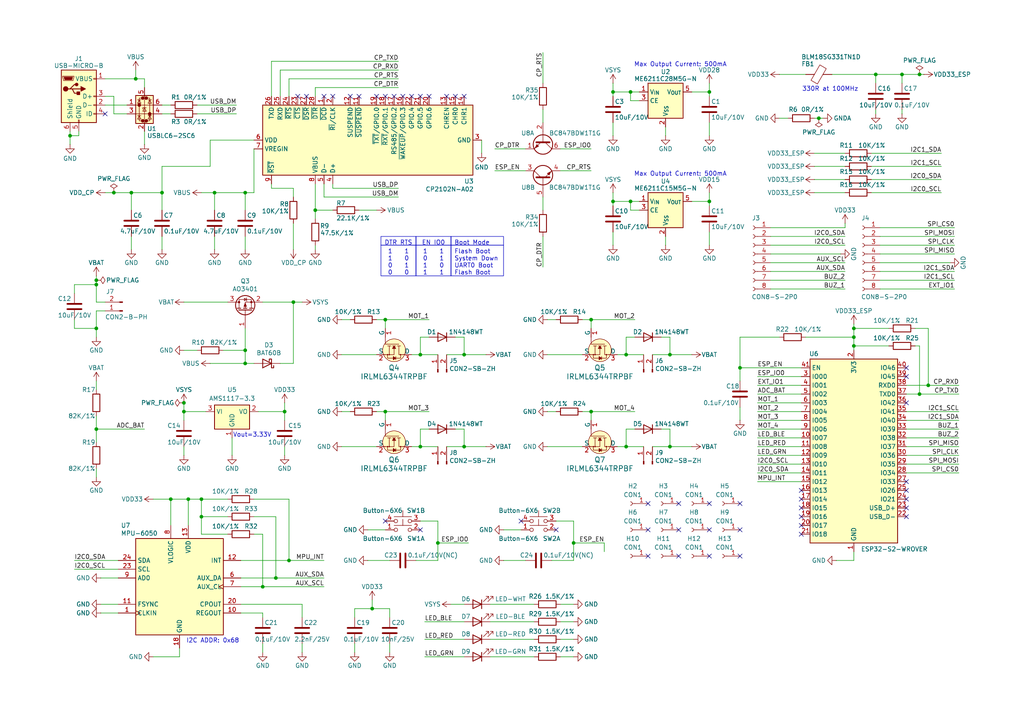
<source format=kicad_sch>
(kicad_sch (version 20231120) (generator "eeschema") (generator_version "8.0")
  (paper "A4")
  (title_block (title "ESP32-Flight Controller") (date "2024-06-11") (rev "v01"))
  (junction (at 20.32 39.37))
  (junction (at 247.65 100.33))
  (junction (at 38.1 55.88))
  (junction (at 269.24 111.76))
  (junction (at 83.82 162.56))
  (junction (at 266.7 21.59))
  (junction (at 62.23 55.88))
  (junction (at 214.63 106.68))
  (junction (at 121.92 102.87))
  (junction (at 254 21.59))
  (junction (at 266.7 114.3))
  (junction (at 27.94 124.46))
  (junction (at 71.12 101.6))
  (junction (at 27.94 95.25))
  (junction (at 181.61 129.54))
  (junction (at 107.95 176.53))
  (junction (at 85.09 87.63))
  (junction (at 39.37 22.86))
  (junction (at 71.12 55.88))
  (junction (at 80.01 167.64))
  (junction (at 58.42 144.78))
  (junction (at 182.88 26.67))
  (junction (at 27.94 81.28))
  (junction (at 134.62 129.54))
  (junction (at 111.76 92.71))
  (junction (at 247.65 97.79))
  (junction (at 53.34 116.84))
  (junction (at 177.8 26.67))
  (junction (at 247.65 95.25))
  (junction (at 171.45 92.71))
  (junction (at 182.88 58.42))
  (junction (at 171.45 119.38))
  (junction (at 121.92 129.54))
  (junction (at 194.31 129.54))
  (junction (at 46.99 55.88))
  (junction (at 111.76 119.38))
  (junction (at 54.61 144.78))
  (junction (at 177.8 58.42))
  (junction (at 261.62 21.59))
  (junction (at 71.12 105.41))
  (junction (at 58.42 149.86))
  (junction (at 27.94 82.55))
  (junction (at 91.44 60.96))
  (junction (at 237.49 34.29))
  (junction (at 205.74 26.67))
  (junction (at 53.34 119.38))
  (junction (at 82.55 119.38))
  (junction (at 205.74 58.42))
  (junction (at 33.02 55.88))
  (junction (at 76.2 170.18))
  (junction (at 49.53 144.78))
  (junction (at 134.62 102.87))
  (junction (at 166.37 157.48))
  (junction (at 181.61 102.87))
  (junction (at 127 157.48))
  (junction (at 194.31 102.87))
  (no_connect (at 214.63 153.67))
  (no_connect (at 262.89 139.7))
  (no_connect (at 262.89 116.84))
  (no_connect (at 161.29 153.67))
  (no_connect (at 30.48 33.02))
  (no_connect (at 205.74 161.29))
  (no_connect (at 116.84 27.94))
  (no_connect (at 88.9 27.94))
  (no_connect (at 262.89 149.86))
  (no_connect (at 196.85 146.05))
  (no_connect (at 232.41 144.78))
  (no_connect (at 232.41 154.94))
  (no_connect (at 132.08 27.94))
  (no_connect (at 104.14 27.94))
  (no_connect (at 129.54 27.94))
  (no_connect (at 111.76 27.94))
  (no_connect (at 262.89 144.78))
  (no_connect (at 187.96 146.05))
  (no_connect (at 232.41 152.4))
  (no_connect (at 196.85 161.29))
  (no_connect (at 205.74 146.05))
  (no_connect (at 214.63 161.29))
  (no_connect (at 262.89 147.32))
  (no_connect (at 111.76 151.13))
  (no_connect (at 96.52 27.94))
  (no_connect (at 124.46 27.94))
  (no_connect (at 119.38 27.94))
  (no_connect (at 196.85 153.67))
  (no_connect (at 262.89 142.24))
  (no_connect (at 205.74 153.67))
  (no_connect (at 214.63 146.05))
  (no_connect (at 109.22 27.94))
  (no_connect (at 232.41 147.32))
  (no_connect (at 121.92 153.67))
  (no_connect (at 114.3 27.94))
  (no_connect (at 134.62 27.94))
  (no_connect (at 86.36 27.94))
  (no_connect (at 262.89 109.22))
  (no_connect (at 151.13 151.13))
  (no_connect (at 232.41 142.24))
  (no_connect (at 187.96 161.29))
  (no_connect (at 93.98 27.94))
  (no_connect (at 262.89 106.68))
  (no_connect (at 101.6 27.94))
  (no_connect (at 187.96 153.67))
  (no_connect (at 121.92 27.94))
  (no_connect (at 232.41 149.86))
  (wire (pts (xy 104.14 60.96) (xy 109.22 60.96)))
  (wire (pts (xy 30.48 27.94) (xy 33.02 27.94)))
  (wire (pts (xy 175.26 157.48) (xy 166.37 157.48)))
  (wire (pts (xy 58.42 144.78) (xy 54.61 144.78)))
  (wire (pts (xy 261.62 21.59) (xy 261.62 24.13)))
  (wire (pts (xy 184.15 92.71) (xy 171.45 92.71)))
  (wire (pts (xy 46.99 30.48) (xy 49.53 30.48)))
  (wire (pts (xy 266.7 100.33) (xy 265.43 100.33)))
  (wire (pts (xy 27.94 124.46) (xy 27.94 128.27)))
  (wire (pts (xy 85.09 64.77) (xy 85.09 72.39)))
  (wire (pts (xy 67.31 127) (xy 67.31 132.08)))
  (wire (pts (xy 113.03 179.07) (xy 113.03 176.53)))
  (wire (pts (xy 27.94 87.63) (xy 27.94 82.55)))
  (wire (pts (xy 171.45 95.25) (xy 171.45 92.71)))
  (wire (pts (xy 121.92 97.79) (xy 121.92 102.87)))
  (wire (pts (xy 269.24 95.25) (xy 269.24 111.76)))
  (wire (pts (xy 219.71 127) (xy 232.41 127)))
  (wire (pts (xy 113.03 189.23) (xy 113.03 186.69)))
  (wire (pts (xy 121.92 102.87) (xy 119.38 102.87)))
  (wire (pts (xy 194.31 124.46) (xy 191.77 124.46)))
  (wire (pts (xy 73.66 40.64) (xy 60.96 40.64)))
  (wire (pts (xy 219.71 134.62) (xy 232.41 134.62)))
  (wire (pts (xy 236.22 55.88) (xy 245.11 55.88)))
  (wire (pts (xy 64.77 101.6) (xy 71.12 101.6)))
  (wire (pts (xy 166.37 151.13) (xy 166.37 157.48)))
  (wire (pts (xy 273.05 48.26) (xy 252.73 48.26)))
  (wire (pts (xy 33.02 33.02) (xy 36.83 33.02)))
  (wire (pts (xy 111.76 121.92) (xy 111.76 119.38)))
  (wire (pts (xy 205.74 58.42) (xy 205.74 59.69)))
  (wire (pts (xy 160.02 162.56) (xy 166.37 162.56)))
  (wire (pts (xy 236.22 44.45) (xy 245.11 44.45)))
  (wire (pts (xy 278.13 121.92) (xy 262.89 121.92)))
  (wire (pts (xy 71.12 68.58) (xy 71.12 72.39)))
  (wire (pts (xy 53.34 129.54) (xy 53.34 132.08)))
  (wire (pts (xy 265.43 95.25) (xy 269.24 95.25)))
  (wire (pts (xy 143.51 43.18) (xy 152.4 43.18)))
  (wire (pts (xy 214.63 110.49) (xy 214.63 106.68)))
  (wire (pts (xy 171.45 121.92) (xy 171.45 119.38)))
  (wire (pts (xy 247.65 95.25) (xy 247.65 97.79)))
  (wire (pts (xy 102.87 176.53) (xy 107.95 176.53)))
  (wire (pts (xy 83.82 144.78) (xy 83.82 162.56)))
  (wire (pts (xy 276.86 73.66) (xy 255.27 73.66)))
  (wire (pts (xy 276.86 66.04) (xy 255.27 66.04)))
  (wire (pts (xy 186.69 102.87) (xy 181.61 102.87)))
  (wire (pts (xy 139.7 44.45) (xy 139.7 40.64)))
  (wire (pts (xy 27.94 82.55) (xy 27.94 81.28)))
  (wire (pts (xy 171.45 49.53) (xy 162.56 49.53)))
  (wire (pts (xy 74.93 119.38) (xy 82.55 119.38)))
  (wire (pts (xy 78.74 54.61) (xy 78.74 53.34)))
  (wire (pts (xy 241.3 21.59) (xy 254 21.59)))
  (wire (pts (xy 46.99 55.88) (xy 46.99 60.96)))
  (wire (pts (xy 93.98 57.15) (xy 93.98 53.34)))
  (wire (pts (xy 181.61 97.79) (xy 181.61 102.87)))
  (wire (pts (xy 58.42 144.78) (xy 58.42 149.86)))
  (wire (pts (xy 91.44 60.96) (xy 91.44 63.5)))
  (wire (pts (xy 30.48 30.48) (xy 36.83 30.48)))
  (wire (pts (xy 157.48 57.15) (xy 157.48 60.96)))
  (wire (pts (xy 91.44 60.96) (xy 96.52 60.96)))
  (wire (pts (xy 87.63 189.23) (xy 87.63 186.69)))
  (wire (pts (xy 41.91 22.86) (xy 41.91 25.4)))
  (wire (pts (xy 121.92 124.46) (xy 121.92 129.54)))
  (wire (pts (xy 73.66 154.94) (xy 76.2 154.94)))
  (wire (pts (xy 27.94 97.79) (xy 27.94 95.25)))
  (wire (pts (xy 146.05 162.56) (xy 152.4 162.56)))
  (wire (pts (xy 194.31 102.87) (xy 194.31 97.79)))
  (wire (pts (xy 68.58 33.02) (xy 57.15 33.02)))
  (wire (pts (xy 34.29 175.26) (xy 29.21 175.26)))
  (wire (pts (xy 276.86 83.82) (xy 255.27 83.82)))
  (wire (pts (xy 245.11 81.28) (xy 223.52 81.28)))
  (wire (pts (xy 21.59 95.25) (xy 27.94 95.25)))
  (wire (pts (xy 185.42 58.42) (xy 182.88 58.42)))
  (wire (pts (xy 266.7 114.3) (xy 278.13 114.3)))
  (wire (pts (xy 78.74 54.61) (xy 85.09 54.61)))
  (wire (pts (xy 219.71 124.46) (xy 232.41 124.46)))
  (wire (pts (xy 205.74 67.31) (xy 205.74 71.12)))
  (wire (pts (xy 276.86 68.58) (xy 255.27 68.58)))
  (wire (pts (xy 53.34 87.63) (xy 66.04 87.63)))
  (wire (pts (xy 181.61 102.87) (xy 179.07 102.87)))
  (wire (pts (xy 171.45 119.38) (xy 168.91 119.38)))
  (wire (pts (xy 247.65 95.25) (xy 257.81 95.25)))
  (wire (pts (xy 276.86 78.74) (xy 255.27 78.74)))
  (wire (pts (xy 135.89 157.48) (xy 127 157.48)))
  (wire (pts (xy 27.94 120.65) (xy 27.94 124.46)))
  (wire (pts (xy 76.2 189.23) (xy 76.2 186.69)))
  (wire (pts (xy 62.23 55.88) (xy 71.12 55.88)))
  (wire (pts (xy 247.65 93.98) (xy 247.65 95.25)))
  (wire (pts (xy 21.59 82.55) (xy 27.94 82.55)))
  (wire (pts (xy 245.11 68.58) (xy 223.52 68.58)))
  (wire (pts (xy 143.51 49.53) (xy 152.4 49.53)))
  (wire (pts (xy 82.55 116.84) (xy 82.55 119.38)))
  (wire (pts (xy 115.57 57.15) (xy 93.98 57.15)))
  (wire (pts (xy 181.61 129.54) (xy 179.07 129.54)))
  (wire (pts (xy 85.09 54.61) (xy 85.09 57.15)))
  (wire (pts (xy 78.74 17.78) (xy 78.74 27.94)))
  (wire (pts (xy 134.62 129.54) (xy 134.62 124.46)))
  (wire (pts (xy 134.62 102.87) (xy 134.62 97.79)))
  (wire (pts (xy 276.86 71.12) (xy 255.27 71.12)))
  (wire (pts (xy 140.97 102.87) (xy 134.62 102.87)))
  (wire (pts (xy 127 157.48) (xy 127 162.56)))
  (wire (pts (xy 21.59 165.1) (xy 34.29 165.1)))
  (wire (pts (xy 200.66 102.87) (xy 194.31 102.87)))
  (wire (pts (xy 115.57 54.61) (xy 96.52 54.61)))
  (wire (pts (xy 53.34 116.84) (xy 53.34 119.38)))
  (wire (pts (xy 200.66 26.67) (xy 205.74 26.67)))
  (wire (pts (xy 200.66 129.54) (xy 194.31 129.54)))
  (wire (pts (xy 278.13 137.16) (xy 262.89 137.16)))
  (wire (pts (xy 27.94 135.89) (xy 27.94 138.43)))
  (wire (pts (xy 219.71 121.92) (xy 232.41 121.92)))
  (wire (pts (xy 107.95 173.99) (xy 107.95 176.53)))
  (wire (pts (xy 62.23 68.58) (xy 62.23 72.39)))
  (wire (pts (xy 236.22 48.26) (xy 245.11 48.26)))
  (wire (pts (xy 214.63 118.11) (xy 214.63 121.92)))
  (wire (pts (xy 194.31 129.54) (xy 194.31 124.46)))
  (wire (pts (xy 278.13 134.62) (xy 262.89 134.62)))
  (wire (pts (xy 76.2 154.94) (xy 76.2 170.18)))
  (wire (pts (xy 168.91 129.54) (xy 158.75 129.54)))
  (wire (pts (xy 21.59 92.71) (xy 21.59 95.25)))
  (wire (pts (xy 171.45 92.71) (xy 168.91 92.71)))
  (wire (pts (xy 161.29 92.71) (xy 158.75 92.71)))
  (wire (pts (xy 69.85 162.56) (xy 83.82 162.56)))
  (wire (pts (xy 71.12 55.88) (xy 71.12 60.96)))
  (wire (pts (xy 80.01 167.64) (xy 93.98 167.64)))
  (wire (pts (xy 193.04 36.83) (xy 193.04 39.37)))
  (wire (pts (xy 186.69 129.54) (xy 181.61 129.54)))
  (wire (pts (xy 106.68 153.67) (xy 111.76 153.67)))
  (wire (pts (xy 185.42 60.96) (xy 182.88 60.96)))
  (wire (pts (xy 21.59 85.09) (xy 21.59 82.55)))
  (wire (pts (xy 71.12 105.41) (xy 73.66 105.41)))
  (wire (pts (xy 157.48 31.75) (xy 157.48 35.56)))
  (wire (pts (xy 124.46 124.46) (xy 121.92 124.46)))
  (wire (pts (xy 177.8 55.88) (xy 177.8 58.42)))
  (wire (pts (xy 20.32 38.1) (xy 20.32 39.37)))
  (wire (pts (xy 162.56 180.34) (xy 166.37 180.34)))
  (wire (pts (xy 46.99 68.58) (xy 46.99 72.39)))
  (wire (pts (xy 278.13 119.38) (xy 262.89 119.38)))
  (wire (pts (xy 71.12 95.25) (xy 71.12 101.6)))
  (wire (pts (xy 189.23 129.54) (xy 194.31 129.54)))
  (wire (pts (xy 123.19 185.42) (xy 134.62 185.42)))
  (wire (pts (xy 245.11 66.04) (xy 245.11 64.77)))
  (wire (pts (xy 278.13 127) (xy 262.89 127)))
  (wire (pts (xy 177.8 24.13) (xy 177.8 26.67)))
  (wire (pts (xy 205.74 24.13) (xy 205.74 26.67)))
  (wire (pts (xy 184.15 119.38) (xy 171.45 119.38)))
  (wire (pts (xy 278.13 129.54) (xy 262.89 129.54)))
  (wire (pts (xy 124.46 97.79) (xy 121.92 97.79)))
  (wire (pts (xy 30.48 55.88) (xy 33.02 55.88)))
  (wire (pts (xy 254 31.75) (xy 254 33.02)))
  (wire (pts (xy 41.91 124.46) (xy 27.94 124.46)))
  (wire (pts (xy 127 102.87) (xy 121.92 102.87)))
  (wire (pts (xy 109.22 129.54) (xy 99.06 129.54)))
  (wire (pts (xy 205.74 55.88) (xy 205.74 58.42)))
  (wire (pts (xy 91.44 53.34) (xy 91.44 60.96)))
  (wire (pts (xy 83.82 162.56) (xy 93.98 162.56)))
  (wire (pts (xy 101.6 92.71) (xy 99.06 92.71)))
  (wire (pts (xy 57.15 30.48) (xy 68.58 30.48)))
  (wire (pts (xy 115.57 25.4) (xy 91.44 25.4)))
  (wire (pts (xy 273.05 55.88) (xy 252.73 55.88)))
  (wire (pts (xy 73.66 55.88) (xy 73.66 43.18)))
  (wire (pts (xy 262.89 111.76) (xy 269.24 111.76)))
  (wire (pts (xy 142.24 180.34) (xy 154.94 180.34)))
  (wire (pts (xy 121.92 151.13) (xy 127 151.13)))
  (wire (pts (xy 38.1 68.58) (xy 38.1 72.39)))
  (wire (pts (xy 161.29 119.38) (xy 158.75 119.38)))
  (wire (pts (xy 69.85 167.64) (xy 80.01 167.64)))
  (wire (pts (xy 219.71 119.38) (xy 232.41 119.38)))
  (wire (pts (xy 20.32 39.37) (xy 20.32 41.91)))
  (wire (pts (xy 261.62 31.75) (xy 261.62 33.02)))
  (wire (pts (xy 76.2 170.18) (xy 93.98 170.18)))
  (wire (pts (xy 182.88 60.96) (xy 182.88 58.42)))
  (wire (pts (xy 261.62 21.59) (xy 266.7 21.59)))
  (wire (pts (xy 142.24 175.26) (xy 154.94 175.26)))
  (wire (pts (xy 129.54 102.87) (xy 134.62 102.87)))
  (wire (pts (xy 162.56 175.26) (xy 166.37 175.26)))
  (wire (pts (xy 181.61 124.46) (xy 181.61 129.54)))
  (wire (pts (xy 205.74 35.56) (xy 205.74 39.37)))
  (wire (pts (xy 115.57 20.32) (xy 81.28 20.32)))
  (wire (pts (xy 46.99 48.26) (xy 46.99 55.88)))
  (wire (pts (xy 22.86 39.37) (xy 20.32 39.37)))
  (wire (pts (xy 53.34 101.6) (xy 57.15 101.6)))
  (wire (pts (xy 269.24 111.76) (xy 278.13 111.76)))
  (wire (pts (xy 113.03 176.53) (xy 107.95 176.53)))
  (wire (pts (xy 41.91 38.1) (xy 41.91 41.91)))
  (wire (pts (xy 245.11 71.12) (xy 223.52 71.12)))
  (wire (pts (xy 123.19 190.5) (xy 134.62 190.5)))
  (wire (pts (xy 22.86 38.1) (xy 22.86 39.37)))
  (wire (pts (xy 76.2 87.63) (xy 85.09 87.63)))
  (wire (pts (xy 184.15 97.79) (xy 181.61 97.79)))
  (wire (pts (xy 278.13 132.08) (xy 262.89 132.08)))
  (wire (pts (xy 171.45 43.18) (xy 162.56 43.18)))
  (wire (pts (xy 185.42 26.67) (xy 182.88 26.67)))
  (wire (pts (xy 140.97 129.54) (xy 134.62 129.54)))
  (wire (pts (xy 54.61 144.78) (xy 54.61 152.4)))
  (wire (pts (xy 69.85 177.8) (xy 76.2 177.8)))
  (wire (pts (xy 111.76 95.25) (xy 111.76 92.71)))
  (wire (pts (xy 85.09 105.41) (xy 85.09 87.63)))
  (wire (pts (xy 111.76 119.38) (xy 109.22 119.38)))
  (wire (pts (xy 49.53 144.78) (xy 49.53 152.4)))
  (wire (pts (xy 233.68 97.79) (xy 247.65 97.79)))
  (wire (pts (xy 87.63 175.26) (xy 87.63 179.07)))
  (wire (pts (xy 157.48 77.47) (xy 157.48 68.58)))
  (wire (pts (xy 219.71 137.16) (xy 232.41 137.16)))
  (wire (pts (xy 247.65 160.02) (xy 247.65 162.56)))
  (wire (pts (xy 52.07 190.5) (xy 44.45 190.5)))
  (wire (pts (xy 71.12 101.6) (xy 71.12 105.41)))
  (wire (pts (xy 58.42 149.86) (xy 66.04 149.86)))
  (wire (pts (xy 184.15 124.46) (xy 181.61 124.46)))
  (wire (pts (xy 38.1 55.88) (xy 46.99 55.88)))
  (wire (pts (xy 82.55 119.38) (xy 82.55 121.92)))
  (wire (pts (xy 120.65 162.56) (xy 127 162.56)))
  (wire (pts (xy 38.1 55.88) (xy 38.1 60.96)))
  (wire (pts (xy 85.09 87.63) (xy 87.63 87.63)))
  (wire (pts (xy 182.88 58.42) (xy 177.8 58.42)))
  (wire (pts (xy 121.92 129.54) (xy 119.38 129.54)))
  (wire (pts (xy 162.56 185.42) (xy 166.37 185.42)))
  (wire (pts (xy 134.62 124.46) (xy 132.08 124.46)))
  (wire (pts (xy 60.96 105.41) (xy 71.12 105.41)))
  (wire (pts (xy 99.06 102.87) (xy 109.22 102.87)))
  (wire (pts (xy 115.57 22.86) (xy 83.82 22.86)))
  (wire (pts (xy 81.28 105.41) (xy 85.09 105.41)))
  (wire (pts (xy 245.11 76.2) (xy 223.52 76.2)))
  (wire (pts (xy 242.57 162.56) (xy 247.65 162.56)))
  (wire (pts (xy 34.29 167.64) (xy 29.21 167.64)))
  (wire (pts (xy 27.94 90.17) (xy 27.94 95.25)))
  (wire (pts (xy 34.29 177.8) (xy 29.21 177.8)))
  (wire (pts (xy 262.89 114.3) (xy 266.7 114.3)))
  (wire (pts (xy 254 21.59) (xy 261.62 21.59)))
  (wire (pts (xy 247.65 97.79) (xy 247.65 100.33)))
  (wire (pts (xy 247.65 100.33) (xy 247.65 101.6)))
  (wire (pts (xy 219.71 114.3) (xy 232.41 114.3)))
  (wire (pts (xy 193.04 68.58) (xy 193.04 71.12)))
  (wire (pts (xy 60.96 40.64) (xy 60.96 48.26)))
  (wire (pts (xy 73.66 149.86) (xy 80.01 149.86)))
  (wire (pts (xy 177.8 35.56) (xy 177.8 39.37)))
  (wire (pts (xy 219.71 109.22) (xy 232.41 109.22)))
  (wire (pts (xy 273.05 52.07) (xy 252.73 52.07)))
  (wire (pts (xy 71.12 55.88) (xy 73.66 55.88)))
  (wire (pts (xy 21.59 162.56) (xy 34.29 162.56)))
  (wire (pts (xy 76.2 177.8) (xy 76.2 179.07)))
  (wire (pts (xy 80.01 149.86) (xy 80.01 167.64)))
  (wire (pts (xy 278.13 124.46) (xy 262.89 124.46)))
  (wire (pts (xy 62.23 55.88) (xy 62.23 60.96)))
  (wire (pts (xy 66.04 154.94) (xy 58.42 154.94)))
  (wire (pts (xy 237.49 34.29) (xy 238.76 34.29)))
  (wire (pts (xy 219.71 129.54) (xy 232.41 129.54)))
  (wire (pts (xy 228.6 34.29) (xy 226.06 34.29)))
  (wire (pts (xy 200.66 58.42) (xy 205.74 58.42)))
  (wire (pts (xy 58.42 154.94) (xy 58.42 149.86)))
  (wire (pts (xy 219.71 132.08) (xy 232.41 132.08)))
  (wire (pts (xy 255.27 76.2) (xy 275.59 76.2)))
  (wire (pts (xy 168.91 102.87) (xy 158.75 102.87)))
  (wire (pts (xy 111.76 92.71) (xy 109.22 92.71)))
  (wire (pts (xy 205.74 26.67) (xy 205.74 27.94)))
  (wire (pts (xy 27.94 110.49) (xy 27.94 113.03)))
  (wire (pts (xy 134.62 97.79) (xy 132.08 97.79)))
  (wire (pts (xy 102.87 189.23) (xy 102.87 186.69)))
  (wire (pts (xy 146.05 153.67) (xy 151.13 153.67)))
  (wire (pts (xy 30.48 22.86) (xy 39.37 22.86)))
  (wire (pts (xy 91.44 71.12) (xy 91.44 72.39)))
  (wire (pts (xy 219.71 111.76) (xy 232.41 111.76)))
  (wire (pts (xy 219.71 116.84) (xy 232.41 116.84)))
  (wire (pts (xy 166.37 157.48) (xy 166.37 162.56)))
  (wire (pts (xy 82.55 129.54) (xy 82.55 132.08)))
  (wire (pts (xy 245.11 83.82) (xy 223.52 83.82)))
  (wire (pts (xy 161.29 151.13) (xy 166.37 151.13)))
  (wire (pts (xy 226.06 97.79) (xy 214.63 97.79)))
  (wire (pts (xy 247.65 100.33) (xy 257.81 100.33)))
  (wire (pts (xy 182.88 29.21) (xy 182.88 26.67)))
  (wire (pts (xy 127 129.54) (xy 121.92 129.54)))
  (wire (pts (xy 115.57 17.78) (xy 78.74 17.78)))
  (wire (pts (xy 254 21.59) (xy 254 24.13)))
  (wire (pts (xy 236.22 52.07) (xy 245.11 52.07)))
  (wire (pts (xy 162.56 190.5) (xy 166.37 190.5)))
  (wire (pts (xy 142.24 185.42) (xy 154.94 185.42)))
  (wire (pts (xy 58.42 144.78) (xy 66.04 144.78)))
  (wire (pts (xy 185.42 29.21) (xy 182.88 29.21)))
  (wire (pts (xy 177.8 67.31) (xy 177.8 71.12)))
  (wire (pts (xy 142.24 190.5) (xy 154.94 190.5)))
  (wire (pts (xy 46.99 33.02) (xy 49.53 33.02)))
  (wire (pts (xy 96.52 54.61) (xy 96.52 53.34)))
  (wire (pts (xy 91.44 25.4) (xy 91.44 27.94)))
  (wire (pts (xy 30.48 87.63) (xy 27.94 87.63)))
  (wire (pts (xy 214.63 106.68) (xy 232.41 106.68)))
  (wire (pts (xy 27.94 81.28) (xy 27.94 80.01)))
  (wire (pts (xy 49.53 144.78) (xy 44.45 144.78)))
  (wire (pts (xy 127 151.13) (xy 127 157.48)))
  (wire (pts (xy 124.46 92.71) (xy 111.76 92.71)))
  (wire (pts (xy 130.81 175.26) (xy 134.62 175.26)))
  (wire (pts (xy 58.42 55.88) (xy 62.23 55.88)))
  (wire (pts (xy 101.6 119.38) (xy 99.06 119.38)))
  (wire (pts (xy 102.87 179.07) (xy 102.87 176.53)))
  (wire (pts (xy 266.7 21.59) (xy 267.97 21.59)))
  (wire (pts (xy 54.61 144.78) (xy 49.53 144.78)))
  (wire (pts (xy 157.48 15.24) (xy 157.48 24.13)))
  (wire (pts (xy 129.54 129.54) (xy 134.62 129.54)))
  (wire (pts (xy 123.19 180.34) (xy 134.62 180.34)))
  (wire (pts (xy 69.85 170.18) (xy 76.2 170.18)))
  (wire (pts (xy 245.11 78.74) (xy 223.52 78.74)))
  (wire (pts (xy 276.86 81.28) (xy 255.27 81.28)))
  (wire (pts (xy 39.37 22.86) (xy 41.91 22.86)))
  (wire (pts (xy 273.05 44.45) (xy 252.73 44.45)))
  (wire (pts (xy 223.52 66.04) (xy 245.11 66.04)))
  (wire (pts (xy 73.66 144.78) (xy 83.82 144.78)))
  (wire (pts (xy 52.07 187.96) (xy 52.07 190.5)))
  (wire (pts (xy 33.02 55.88) (xy 38.1 55.88)))
  (wire (pts (xy 223.52 73.66) (xy 243.84 73.66)))
  (wire (pts (xy 177.8 26.67) (xy 177.8 27.94)))
  (wire (pts (xy 83.82 22.86) (xy 83.82 27.94)))
  (wire (pts (xy 33.02 27.94) (xy 33.02 33.02)))
  (wire (pts (xy 189.23 102.87) (xy 194.31 102.87)))
  (wire (pts (xy 59.69 119.38) (xy 53.34 119.38)))
  (wire (pts (xy 236.22 34.29) (xy 237.49 34.29)))
  (wire (pts (xy 226.06 21.59) (xy 233.68 21.59)))
  (wire (pts (xy 194.31 97.79) (xy 191.77 97.79)))
  (wire (pts (xy 124.46 119.38) (xy 111.76 119.38)))
  (wire (pts (xy 182.88 26.67) (xy 177.8 26.67)))
  (wire (pts (xy 53.34 119.38) (xy 53.34 121.92)))
  (wire (pts (xy 219.71 139.7) (xy 232.41 139.7)))
  (wire (pts (xy 30.48 90.17) (xy 27.94 90.17)))
  (wire (pts (xy 177.8 58.42) (xy 177.8 59.69)))
  (wire (pts (xy 39.37 20.32) (xy 39.37 22.86)))
  (wire (pts (xy 214.63 97.79) (xy 214.63 106.68)))
  (wire (pts (xy 81.28 20.32) (xy 81.28 27.94)))
  (wire (pts (xy 69.85 175.26) (xy 87.63 175.26)))
  (wire (pts (xy 106.68 162.56) (xy 113.03 162.56)))
  (wire (pts (xy 60.96 48.26) (xy 46.99 48.26)))
  (wire (pts (xy 266.7 100.33) (xy 266.7 114.3)))
  (wire (pts (xy 175.26 157.48) (xy 175.26 160.02)))
  (text_box "1	1\n1	0\n0	1\n0	0" (at 110.49 71.12 0) (size 10.16 8.89) (effects (font (size 1.27 1.27)) (justify top)))
  (text_box "Flash Boot\nSystem Down\nUART0 Boot\nFlash Boot" (at 130.81 71.12 0) (size 15.24 8.89) (effects (font (size 1.27 1.27)) (justify left top)))
  (text_box "Boot Mode" (at 130.81 68.58 0) (size 15.24 2.54) (effects (font (size 1.27 1.27)) (justify left top)))
  (text_box "1	1\n0	1\n1	0\n1	1" (at 120.65 71.12 0) (size 10.16 8.89) (effects (font (size 1.27 1.27)) (justify top)))
  (text_box "EN IO0" (at 120.65 68.58 0) (size 10.16 2.54) (effects (font (size 1.27 1.27)) (justify top)))
  (text_box "DTR RTS" (at 110.49 68.58 0) (size 10.16 2.54) (effects (font (size 1.27 1.27)) (justify top)))
  (text "Max Output Current: 500mA" (at 197.358 18.796 0) (effects (font (size 1.27 1.27))))
  (text "330R at 100MHz" (at 240.792 25.908 0) (effects (font (size 1.27 1.27))))
  (text "Max Output Current: 500mA" (at 197.358 50.546 0) (effects (font (size 1.27 1.27))))
  (text "I2C ADDR: 0x68" (at 61.722 185.928 0) (effects (font (size 1.27 1.27))))
  (text "Vout=3.33V" (at 73.152 126.238 0) (effects (font (size 1.27 1.27))))
  (label "MOT_2" (at 219.71 119.38 0))
  (label "CP_RXD" (at 278.13 111.76 180))
  (label "USB_DP" (at 68.58 33.02 180))
  (label "MPU_INT" (at 219.71 139.7 0))
  (label "BUZ_2" (at 278.13 127 180))
  (label "AUX_SDA" (at 93.98 167.64 180))
  (label "SPI_CLK" (at 278.13 132.08 180))
  (label "ESP_EN" (at 175.26 157.48 180))
  (label "MOT_1" (at 124.46 92.71 180))
  (label "CP_DTR" (at 143.51 43.18 0))
  (label "ADC_BAT" (at 41.91 124.46 180))
  (label "ESP_IO0" (at 135.89 157.48 180))
  (label "MOT_3" (at 219.71 121.92 0))
  (label "AUX_SDA" (at 245.11 78.74 180))
  (label "I2C0_SDA" (at 273.05 52.07 180))
  (label "ESP_IO0" (at 171.45 43.18 180))
  (label "EXT_IO1" (at 219.71 111.76 0))
  (label "I2C0_SCL" (at 245.11 71.12 180))
  (label "I2C1_SCL" (at 276.86 81.28 180))
  (label "MPU_INT" (at 93.98 162.56 180))
  (label "MOT_2" (at 184.15 92.71 180))
  (label "MOT_1" (at 219.71 116.84 0))
  (label "MOT_4" (at 184.15 119.38 180))
  (label "MOT_3" (at 124.46 119.38 180))
  (label "I2C0_SCL" (at 273.05 55.88 180))
  (label "SPI_MISO" (at 276.86 73.66 180))
  (label "ESP_IO0" (at 219.71 109.22 0))
  (label "USB_DM" (at 115.57 57.15 180))
  (label "I2C1_SDA" (at 273.05 44.45 180))
  (label "SPI_MOSI" (at 278.13 134.62 180))
  (label "CP_TXD" (at 115.57 17.78 180))
  (label "SPI_MOSI" (at 276.86 68.58 180))
  (label "CP_RTS" (at 115.57 22.86 180))
  (label "LED_GRN" (at 123.19 190.5 0))
  (label "LED_RED" (at 123.19 185.42 0))
  (label "I2C0_SCL" (at 21.59 165.1 0))
  (label "I2C1_SCL" (at 273.05 48.26 180))
  (label "CP_TXD" (at 278.13 114.3 180))
  (label "CP_RTS" (at 171.45 49.53 180))
  (label "I2C1_SDA" (at 278.13 121.92 180))
  (label "USB_DM" (at 68.58 30.48 180))
  (label "I2C1_SCL" (at 278.13 119.38 180))
  (label "MOT_4" (at 219.71 124.46 0))
  (label "ESP_EN" (at 219.71 106.68 0))
  (label "LED_BLE" (at 123.19 180.34 0))
  (label "SPI_CS0" (at 278.13 137.16 180))
  (label "BUZ_1" (at 278.13 124.46 180))
  (label "LED_BLE" (at 219.71 127 0))
  (label "EXT_IO1" (at 276.86 83.82 180))
  (label "CP_RXD" (at 115.57 20.32 180))
  (label "BUZ_1" (at 245.11 83.82 180))
  (label "I2C0_SCL" (at 219.71 134.62 0))
  (label "SPI_CS0" (at 276.86 66.04 180))
  (label "ESP_EN" (at 143.51 49.53 0))
  (label "LED_RED" (at 219.71 129.54 0))
  (label "LED_GRN" (at 219.71 132.08 0))
  (label "ADC_BAT" (at 219.71 114.3 0))
  (label "I2C0_SDA" (at 21.59 162.56 0))
  (label "AUX_SCL" (at 93.98 170.18 180))
  (label "SPI_MISO" (at 278.13 129.54 180))
  (label "AUX_SCL" (at 245.11 76.2 180))
  (label "SPI_CLK" (at 276.86 71.12 180))
  (label "I2C0_SDA" (at 245.11 68.58 180))
  (label "USB_DP" (at 115.57 54.61 180))
  (label "BUZ_2" (at 245.11 81.28 180))
  (label "CP_DTR" (at 157.48 77.47 90))
  (label "I2C0_SDA" (at 219.71 137.16 0))
  (label "CP_RTS" (at 157.48 15.24 270))
  (label "I2C1_SDA" (at 276.86 78.74 180))
  (label "CP_DTR" (at 115.57 25.4 180))
  (symbol (lib_id "Device:C") (at 62.23 64.77 0) (unit 1)
    (property "Reference" "C8" (at 62.738 62.484 0) (effects (justify left)))
    (property "Value" "4.7uF/10V" (at 58.928 67.056 0) (effects (justify left)))
    (property "Footprint" "Capacitor_SMD:C_0603_1608Metric" (effects (hide yes)))
    (property "Description" "Unpolarized capacitor" (effects (hide yes)))
  )
  (symbol (lib_id "Transistor_FET:AO3401A") (at 71.12 90.17 90) (unit 1)
    (property "Reference" "Q3" (at 71.12 81.534 90))
    (property "Value" "AO3401" (at 71.12 83.82 90))
    (property "Footprint" "Package_TO_SOT_SMD:SOT-23-3" (effects (hide yes)))
    (property "Datasheet" "http://www.aosmd.com/pdfs/datasheet/AO3401A.pdf" (effects (hide yes)))
    (property "Description" "-4.0A Id, -30V Vds, P-Channel MOSFET, SOT-23" (effects (hide yes)))
  )
  (symbol (lib_id "power:GND") (at 62.23 72.39 0) (unit 1)
    (property "Reference" "#PWR09" (effects (hide yes)))
    (property "Value" "GND" (at 62.23 76.2 0))
    (property "Description" "Power symbol creates a global label with name \"GND\" , ground" (effects (hide yes)))
  )
  (symbol (lib_id "Device:C") (at 38.1 64.77 0) (unit 1)
    (property "Reference" "C6" (at 38.608 62.484 0) (effects (justify left)))
    (property "Value" "4.7uF/10V" (at 34.798 67.056 0) (effects (justify left)))
    (property "Footprint" "Capacitor_SMD:C_0603_1608Metric" (effects (hide yes)))
    (property "Description" "Unpolarized capacitor" (effects (hide yes)))
  )
  (symbol (lib_id "power:PWR_FLAG") (at 53.34 116.84 90) (unit 1)
    (property "Reference" "#FLG06" (effects (hide yes)))
    (property "Value" "PWR_FLAG" (at 50.546 116.84 90) (effects (justify left)))
    (property "Description" "Special symbol for telling ERC where power comes from" (effects (hide yes)))
  )
  (symbol (lib_id "power:GND") (at 166.37 175.26 90) (unit 1)
    (property "Reference" "#PWR063" (effects (hide yes)))
    (property "Value" "GND" (at 171.45 175.26 90))
    (property "Description" "Power symbol creates a global label with name \"GND\" , ground" (effects (hide yes)))
  )
  (symbol (lib_id "Device:C") (at 261.62 27.94 0) (unit 1)
    (property "Reference" "C17" (at 262.128 25.654 0) (effects (justify left)))
    (property "Value" "0.1uF/10V" (at 259.334 30.48 0) (effects (justify left)))
    (property "Footprint" "Capacitor_SMD:C_0402_1005Metric" (effects (hide yes)))
    (property "Description" "Unpolarized capacitor" (effects (hide yes)))
  )
  (symbol (lib_id "power:GND") (at 27.94 138.43 0) (unit 1)
    (property "Reference" "#PWR045" (effects (hide yes)))
    (property "Value" "GND" (at 27.94 142.24 0))
    (property "Description" "Power symbol creates a global label with name \"GND\" , ground" (effects (hide yes)))
  )
  (symbol (lib_id "Transistor_BJT:BC847BDW1") (at 157.48 40.64 270) (unit 1)
    (property "Reference" "U8" (at 151.13 38.608 90) (effects (justify left)))
    (property "Value" "BC847BDW1T1G" (at 159.258 38.608 90) (effects (justify left)))
    (property "Footprint" "Package_TO_SOT_SMD:SOT-363_SC-70-6" (effects (hide yes)))
    (property "Datasheet" "http://www.onsemi.com/pub_link/Collateral/BC846BDW1T1-D.PDF" (effects (hide yes)))
    (property "Description" "100mA IC, 45V Vce, Dual NPN/NPN Transistors, SOT-363" (effects (hide yes)))
  )
  (symbol (lib_id "IRLML6344TRPBF Passive:IRLML6344TRPBF") (at 114.3 129.54 270) (unit 1)
    (property "Reference" "Q6" (at 114.3 133.35 90) (effects (font (size 1.524 1.524))))
    (property "Value" "IRLML6344TRPBF" (at 114.3 135.89 90) (effects (font (size 1.524 1.524))))
    (property "Footprint" "digikey-footprints:SOT-23-3" (effects (hide yes)))
    (property "Datasheet" "https://www.infineon.com/dgdl/irlml6344pbf.pdf?fileId=5546d462533600a4015356689c44262c" (effects (hide yes)))
    (property "Description" "MOSFET N-CH 30V 5A SOT23" (effects (hide yes)))
    (property "Digi-Key_PN" "IRLML6344TRPBFCT-ND" (effects (hide yes)))
    (property "MPN" "IRLML6344TRPBF" (effects (hide yes)))
    (property "Category" "Discrete Semiconductor Products" (effects (hide yes)))
    (property "Family" "Transistors - FETs, MOSFETs - Single" (effects (hide yes)))
    (property "DK_Datasheet_Link" "https://www.infineon.com/dgdl/irlml6344pbf.pdf?fileId=5546d462533600a4015356689c44262c" (effects (hide yes)))
    (property "DK_Detail_Page" "/product-detail/en/infineon-technologies/IRLML6344TRPBF/IRLML6344TRPBFCT-ND/2538168" (effects (hide yes)))
    (property "Description_1" "MOSFET N-CH 30V 5A SOT23" (effects (hide yes)))
    (property "Manufacturer" "Infineon Technologies" (effects (hide yes)))
    (property "Status" "Active" (effects (hide yes)))
  )
  (symbol (lib_id "Device:R") (at 248.92 52.07 90) (unit 1)
    (property "Reference" "R15" (at 247.396 49.784 90) (effects (justify left)))
    (property "Value" "10K/1%" (at 256.794 49.784 90) (effects (justify left)))
    (property "Footprint" "Resistor_SMD:R_0402_1005Metric" (effects (hide yes)))
    (property "Description" "Resistor" (effects (hide yes)))
  )
  (symbol (lib_id "power:VCC") (at 27.94 80.01 0) (unit 1)
    (property "Reference" "#PWR042" (effects (hide yes)))
    (property "Value" "VBAT" (at 27.94 76.2 0))
    (property "Description" "Power symbol creates a global label with name \"VCC\"" (effects (hide yes)))
  )
  (symbol (lib_id "power:GNDA") (at 238.76 34.29 90) (unit 1)
    (property "Reference" "#PWR015" (effects (hide yes)))
    (property "Value" "GNDA" (at 244.348 34.29 90))
    (property "Description" "Power symbol creates a global label with name \"GNDA\" , analog ground" (effects (hide yes)))
  )
  (symbol (lib_id "power:GND") (at 214.63 121.92 0) (unit 1)
    (property "Reference" "#PWR041" (effects (hide yes)))
    (property "Value" "GND" (at 214.63 125.73 0))
    (property "Description" "Power symbol creates a global label with name \"GND\" , ground" (effects (hide yes)))
  )
  (symbol (lib_id "power:GND") (at 158.75 119.38 270) (unit 1)
    (property "Reference" "#PWR081" (effects (hide yes)))
    (property "Value" "GND" (at 153.67 119.38 90))
    (property "Description" "Power symbol creates a global label with name \"GND\" , ground" (effects (hide yes)))
  )
  (symbol (lib_id "Device:C") (at 116.84 162.56 90) (unit 1)
    (property "Reference" "C23" (at 115.316 161.036 90) (effects (justify left)))
    (property "Value" "0.1uF/10V(NC)" (at 132.842 161.036 90) (effects (justify left)))
    (property "Footprint" "Capacitor_SMD:C_0402_1005Metric" (effects (hide yes)))
    (property "Description" "Unpolarized capacitor" (effects (hide yes)))
  )
  (symbol (lib_id "Device:R") (at 165.1 92.71 270) (unit 1)
    (property "Reference" "R14" (at 166.116 90.424 90) (effects (justify left)))
    (property "Value" "10K/1%" (at 156.718 90.424 90) (effects (justify left)))
    (property "Footprint" "Resistor_SMD:R_0402_1005Metric" (effects (hide yes)))
    (property "Description" "Resistor" (effects (hide yes)))
  )
  (symbol (lib_id "power:VDD") (at 205.74 55.88 0) (unit 1)
    (property "Reference" "#PWR024" (effects (hide yes)))
    (property "Value" "VDD15" (at 205.74 52.07 0))
    (property "Description" "Power symbol creates a global label with name \"VDD\"" (effects (hide yes)))
  )
  (symbol (lib_id "Device:C") (at 53.34 125.73 0) (unit 1)
    (property "Reference" "C14" (at 48.514 123.444 0) (effects (justify left)))
    (property "Value" "10uF/10V" (at 48.514 128.27 0) (effects (justify left)))
    (property "Footprint" "Capacitor_SMD:C_0603_1608Metric" (effects (hide yes)))
    (property "Description" "Unpolarized capacitor" (effects (hide yes)))
  )
  (symbol (lib_id "Device:R") (at 248.92 48.26 90) (unit 1)
    (property "Reference" "R12" (at 247.396 45.974 90) (effects (justify left)))
    (property "Value" "10K/1%" (at 256.794 45.974 90) (effects (justify left)))
    (property "Footprint" "Resistor_SMD:R_0402_1005Metric" (effects (hide yes)))
    (property "Description" "Resistor" (effects (hide yes)))
  )
  (symbol (lib_id "IRLML6344TRPBF Passive:IRLML6344TRPBF") (at 114.3 102.87 270) (unit 1)
    (property "Reference" "Q4" (at 114.3 106.68 90) (effects (font (size 1.524 1.524))))
    (property "Value" "IRLML6344TRPBF" (at 114.3 109.22 90) (effects (font (size 1.524 1.524))))
    (property "Footprint" "digikey-footprints:SOT-23-3" (effects (hide yes)))
    (property "Datasheet" "https://www.infineon.com/dgdl/irlml6344pbf.pdf?fileId=5546d462533600a4015356689c44262c" (effects (hide yes)))
    (property "Description" "MOSFET N-CH 30V 5A SOT23" (effects (hide yes)))
    (property "Digi-Key_PN" "IRLML6344TRPBFCT-ND" (effects (hide yes)))
    (property "MPN" "IRLML6344TRPBF" (effects (hide yes)))
    (property "Category" "Discrete Semiconductor Products" (effects (hide yes)))
    (property "Family" "Transistors - FETs, MOSFETs - Single" (effects (hide yes)))
    (property "DK_Datasheet_Link" "https://www.infineon.com/dgdl/irlml6344pbf.pdf?fileId=5546d462533600a4015356689c44262c" (effects (hide yes)))
    (property "DK_Detail_Page" "/product-detail/en/infineon-technologies/IRLML6344TRPBF/IRLML6344TRPBFCT-ND/2538168" (effects (hide yes)))
    (property "Description_1" "MOSFET N-CH 30V 5A SOT23" (effects (hide yes)))
    (property "Manufacturer" "Infineon Technologies" (effects (hide yes)))
    (property "Status" "Active" (effects (hide yes)))
  )
  (symbol (lib_id "power:VCC") (at 130.81 175.26 90) (unit 1)
    (property "Reference" "#PWR062" (effects (hide yes)))
    (property "Value" "VSYS" (at 125.476 175.26 90))
    (property "Description" "Power symbol creates a global label with name \"VCC\"" (effects (hide yes)))
  )
  (symbol (lib_id "Device:R") (at 105.41 119.38 270) (unit 1)
    (property "Reference" "R23" (at 106.426 117.094 90) (effects (justify left)))
    (property "Value" "10K/1%" (at 97.028 117.094 90) (effects (justify left)))
    (property "Footprint" "Resistor_SMD:R_0402_1005Metric" (effects (hide yes)))
    (property "Description" "Resistor" (effects (hide yes)))
  )
  (symbol (lib_id "power:VCC") (at 27.94 110.49 0) (unit 1)
    (property "Reference" "#PWR044" (effects (hide yes)))
    (property "Value" "VBAT" (at 27.94 106.68 0))
    (property "Description" "Power symbol creates a global label with name \"VCC\"" (effects (hide yes)))
  )
  (symbol (lib_id "Device:R") (at 248.92 55.88 90) (unit 1)
    (property "Reference" "R16" (at 247.396 53.594 90) (effects (justify left)))
    (property "Value" "10K/1%" (at 256.794 53.594 90) (effects (justify left)))
    (property "Footprint" "Resistor_SMD:R_0402_1005Metric" (effects (hide yes)))
    (property "Description" "Resistor" (effects (hide yes)))
  )
  (symbol (lib_id "power:VCC") (at 177.8 55.88 0) (unit 1)
    (property "Reference" "#PWR021" (effects (hide yes)))
    (property "Value" "VSYS" (at 177.8 52.07 0))
    (property "Description" "Power symbol creates a global label with name \"VCC\"" (effects (hide yes)))
  )
  (symbol (lib_id "power:PWR_FLAG") (at 237.49 34.29 180) (unit 1)
    (property "Reference" "#FLG04" (effects (hide yes)))
    (property "Value" "PWR_FLAG" (at 237.49 38.354 0))
    (property "Description" "Special symbol for telling ERC where power comes from" (effects (hide yes)))
  )
  (symbol (lib_id "Connector:Conn_01x01_Socket") (at 200.66 153.67 180) (unit 1)
    (property "Reference" "H8" (at 201.295 148.59 0))
    (property "Value" "CON1" (at 201.295 151.13 0))
    (property "Footprint" "TestPoint:TestPoint_THTPad_D2.5mm_Drill1.2mm" (effects (hide yes)))
    (property "Description" "Generic connector, single row, 01x01, script generated" (effects (hide yes)))
  )
  (symbol (lib_id "Device:FerriteBead") (at 237.49 21.59 90) (unit 1)
    (property "Reference" "FB1" (at 236.22 18.542 90) (effects (justify left)))
    (property "Value" "BLM18SG331TN1D" (at 249.682 16.51 90) (effects (justify left)))
    (property "Footprint" "Inductor_SMD:L_0603_1608Metric" (effects (hide yes)))
    (property "Description" "Ferrite bead" (effects (hide yes)))
  )
  (symbol (lib_id "power:GND") (at 38.1 72.39 0) (unit 1)
    (property "Reference" "#PWR07" (effects (hide yes)))
    (property "Value" "GND" (at 38.1 76.2 0))
    (property "Description" "Power symbol creates a global label with name \"GND\" , ground" (effects (hide yes)))
  )
  (symbol (lib_id "power:VCC") (at 140.97 102.87 270) (unit 1)
    (property "Reference" "#PWR074" (effects (hide yes)))
    (property "Value" "VBAT" (at 146.05 102.87 90))
    (property "Description" "Power symbol creates a global label with name \"VCC\"" (effects (hide yes)))
  )
  (symbol (lib_id "Device:C") (at 156.21 162.56 90) (unit 1)
    (property "Reference" "C24" (at 154.686 161.036 90) (effects (justify left)))
    (property "Value" "0.1uF/10V(NC)" (at 172.212 161.036 90) (effects (justify left)))
    (property "Footprint" "Capacitor_SMD:C_0402_1005Metric" (effects (hide yes)))
    (property "Description" "Unpolarized capacitor" (effects (hide yes)))
  )
  (symbol (lib_id "Connector:Conn_01x08_Socket") (at 218.44 73.66 0) (mirror y) (unit 1)
    (property "Reference" "J3" (at 220.472 63.246 0) (effects (justify left)))
    (property "Value" "CON8-S-2P0" (at 231.394 86.106 0) (effects (justify left)))
    (property "Footprint" "Connector_PinSocket_2.00mm:PinSocket_1x08_P2.00mm_Vertical_SMD_Pin1Left" (effects (hide yes)))
    (property "Description" "Generic connector, single row, 01x08, script generated" (effects (hide yes)))
  )
  (symbol (lib_id "power:GND") (at 53.34 101.6 270) (unit 1)
    (property "Reference" "#PWR048" (effects (hide yes)))
    (property "Value" "GND" (at 48.26 101.6 90))
    (property "Description" "Power symbol creates a global label with name \"GND\" , ground" (effects (hide yes)))
  )
  (symbol (lib_id "power:GND") (at 205.74 39.37 0) (unit 1)
    (property "Reference" "#PWR020" (effects (hide yes)))
    (property "Value" "GND" (at 205.74 43.18 0))
    (property "Description" "Power symbol creates a global label with name \"GND\" , ground" (effects (hide yes)))
  )
  (symbol (lib_id "power:GND") (at 91.44 72.39 0) (unit 1)
    (property "Reference" "#PWR013" (effects (hide yes)))
    (property "Value" "GND" (at 91.44 76.2 0))
    (property "Description" "Power symbol creates a global label with name \"GND\" , ground" (effects (hide yes)))
  )
  (symbol (lib_id "power:VDD") (at 82.55 116.84 0) (unit 1)
    (property "Reference" "#PWR054" (effects (hide yes)))
    (property "Value" "VDD33" (at 82.55 113.03 0))
    (property "Description" "Power symbol creates a global label with name \"VDD\"" (effects (hide yes)))
  )
  (symbol (lib_id "power:VDD") (at 247.65 93.98 0) (unit 1)
    (property "Reference" "#PWR038" (effects (hide yes)))
    (property "Value" "VDD33_ESP" (at 247.65 90.17 0))
    (property "Description" "Power symbol creates a global label with name \"VDD\"" (effects (hide yes)))
  )
  (symbol (lib_id "power:VCC") (at 200.66 102.87 270) (unit 1)
    (property "Reference" "#PWR077" (effects (hide yes)))
    (property "Value" "VBAT" (at 205.74 102.87 90))
    (property "Description" "Power symbol creates a global label with name \"VCC\"" (effects (hide yes)))
  )
  (symbol (lib_id "Connector:Conn_01x01_Socket") (at 209.55 153.67 180) (unit 1)
    (property "Reference" "H9" (at 210.185 148.59 0))
    (property "Value" "CON1" (at 210.185 151.13 0))
    (property "Footprint" "TestPoint:TestPoint_THTPad_D2.5mm_Drill1.2mm" (effects (hide yes)))
    (property "Description" "Generic connector, single row, 01x01, script generated" (effects (hide yes)))
  )
  (symbol (lib_id "Device:R") (at 248.92 44.45 90) (unit 1)
    (property "Reference" "R11" (at 247.396 42.164 90) (effects (justify left)))
    (property "Value" "10K/1%" (at 256.794 42.164 90) (effects (justify left)))
    (property "Footprint" "Resistor_SMD:R_0402_1005Metric" (effects (hide yes)))
    (property "Description" "Resistor" (effects (hide yes)))
  )
  (symbol (lib_id "Device:C") (at 254 27.94 0) (unit 1)
    (property "Reference" "C16" (at 254.508 25.654 0) (effects (justify left)))
    (property "Value" "10uF/10V" (at 249.174 30.48 0) (effects (justify left)))
    (property "Footprint" "Capacitor_SMD:C_0603_1608Metric" (effects (hide yes)))
    (property "Description" "Unpolarized capacitor" (effects (hide yes)))
  )
  (symbol (lib_id "Device:R") (at 105.41 92.71 270) (unit 1)
    (property "Reference" "R13" (at 106.426 90.424 90) (effects (justify left)))
    (property "Value" "10K/1%" (at 97.028 90.424 90) (effects (justify left)))
    (property "Footprint" "Resistor_SMD:R_0402_1005Metric" (effects (hide yes)))
    (property "Description" "Resistor" (effects (hide yes)))
  )
  (symbol (lib_id "power:VCC") (at 200.66 129.54 270) (unit 1)
    (property "Reference" "#PWR083" (effects (hide yes)))
    (property "Value" "VBAT" (at 205.74 129.54 90))
    (property "Description" "Power symbol creates a global label with name \"VCC\"" (effects (hide yes)))
  )
  (symbol (lib_id "Device:R") (at 27.94 116.84 180) (unit 1)
    (property "Reference" "R17" (at 27.686 113.03 0) (effects (justify left)))
    (property "Value" "82K/1%" (at 27.686 120.65 0) (effects (justify left)))
    (property "Footprint" "Resistor_SMD:R_0402_1005Metric" (effects (hide yes)))
    (property "Description" "Resistor" (effects (hide yes)))
  )
  (symbol (lib_id "Device:R") (at 261.62 100.33 270) (unit 1)
    (property "Reference" "R25" (at 262.636 98.044 90) (effects (justify left)))
    (property "Value" "10K/1%" (at 253.238 98.044 90) (effects (justify left)))
    (property "Footprint" "Resistor_SMD:R_0402_1005Metric" (effects (hide yes)))
    (property "Description" "Resistor" (effects (hide yes)))
  )
  (symbol (lib_id "Device:R") (at 53.34 33.02 90) (unit 1)
    (property "Reference" "R3" (at 52.324 35.306 90) (effects (justify left)))
    (property "Value" "0R/1%" (at 59.944 35.306 90) (effects (justify left)))
    (property "Footprint" "Resistor_SMD:R_0402_1005Metric" (effects (hide yes)))
    (property "Description" "Resistor" (effects (hide yes)))
  )
  (symbol (lib_id "Device:C") (at 87.63 182.88 0) (unit 1)
    (property "Reference" "C22" (at 88.138 180.594 0) (effects (justify left)))
    (property "Value" "2.2nF/25V" (at 85.344 185.42 0) (effects (justify left)))
    (property "Footprint" "Capacitor_SMD:C_0402_1005Metric" (effects (hide yes)))
    (property "Description" "Unpolarized capacitor" (effects (hide yes)))
  )
  (symbol (lib_id "Device:C") (at 113.03 182.88 0) (unit 1)
    (property "Reference" "C20" (at 113.538 180.594 0) (effects (justify left)))
    (property "Value" "10nF/25V" (at 110.49 185.42 0) (effects (justify left)))
    (property "Footprint" "Capacitor_SMD:C_0402_1005Metric" (effects (hide yes)))
    (property "Description" "Unpolarized capacitor" (effects (hide yes)))
  )
  (symbol (lib_id "power:GND") (at 67.31 132.08 0) (unit 1)
    (property "Reference" "#PWR052" (effects (hide yes)))
    (property "Value" "GND" (at 67.31 135.89 0))
    (property "Description" "Power symbol creates a global label with name \"GND\" , ground" (effects (hide yes)))
  )
  (symbol (lib_id "power:GND") (at 53.34 132.08 0) (unit 1)
    (property "Reference" "#PWR051" (effects (hide yes)))
    (property "Value" "GND" (at 53.34 135.89 0))
    (property "Description" "Power symbol creates a global label with name \"GND\" , ground" (effects (hide yes)))
  )
  (symbol (lib_id "Transistor_BJT:BC847BDW1") (at 157.48 52.07 90) (unit 2)
    (property "Reference" "U8" (at 155.194 54.356 90) (effects (justify left)))
    (property "Value" "BC847BDW1T1G" (at 174.244 54.356 90) (effects (justify left)))
    (property "Footprint" "Package_TO_SOT_SMD:SOT-363_SC-70-6" (effects (hide yes)))
    (property "Datasheet" "http://www.onsemi.com/pub_link/Collateral/BC846BDW1T1-D.PDF" (effects (hide yes)))
    (property "Description" "100mA IC, 45V Vce, Dual NPN/NPN Transistors, SOT-363" (effects (hide yes)))
  )
  (symbol (lib_id "Connector:Conn_01x01_Socket") (at 191.77 153.67 180) (unit 1)
    (property "Reference" "H7" (at 192.405 148.59 0))
    (property "Value" "CON1" (at 192.405 151.13 0))
    (property "Footprint" "TestPoint:TestPoint_THTPad_D2.5mm_Drill1.2mm" (effects (hide yes)))
    (property "Description" "Generic connector, single row, 01x01, script generated" (effects (hide yes)))
  )
  (symbol (lib_id "Connector:Conn_01x01_Socket") (at 182.88 161.29 180) (unit 1)
    (property "Reference" "H10" (at 183.515 156.21 0))
    (property "Value" "CON1" (at 183.515 158.75 0))
    (property "Footprint" "TestPoint:TestPoint_THTPad_D2.5mm_Drill1.2mm" (effects (hide yes)))
    (property "Description" "Generic connector, single row, 01x01, script generated" (effects (hide yes)))
  )
  (symbol (lib_id "Device:C") (at 21.59 88.9 0) (unit 1)
    (property "Reference" "C12" (at 16.764 86.614 0) (effects (justify left)))
    (property "Value" "10uF/10V" (at 16.764 91.44 0) (effects (justify left)))
    (property "Footprint" "Capacitor_SMD:C_0603_1608Metric" (effects (hide yes)))
    (property "Description" "Unpolarized capacitor" (effects (hide yes)))
  )
  (symbol (lib_id "Device:C") (at 76.2 182.88 0) (unit 1)
    (property "Reference" "C21" (at 76.708 180.594 0) (effects (justify left)))
    (property "Value" "0.1uF/10V" (at 73.914 185.42 0) (effects (justify left)))
    (property "Footprint" "Capacitor_SMD:C_0402_1005Metric" (effects (hide yes)))
    (property "Description" "Unpolarized capacitor" (effects (hide yes)))
  )
  (symbol (lib_id "power:PWR_FLAG") (at 33.02 55.88 0) (unit 1)
    (property "Reference" "#FLG02" (effects (hide yes)))
    (property "Value" "PWR_FLAG" (at 33.02 51.816 0))
    (property "Description" "Special symbol for telling ERC where power comes from" (effects (hide yes)))
  )
  (symbol (lib_id "Regulator_Linear:ME6211C15M5") (at 193.04 60.96 0) (unit 1)
    (property "Reference" "U4" (at 193.04 52.578 0))
    (property "Value" "ME6211C15M5G-N" (at 193.04 54.61 0))
    (property "Footprint" "Package_TO_SOT_SMD:SOT-23-5" (effects (hide yes)))
    (property "Datasheet" "https://www.lcsc.com/datasheet/lcsc_datasheet_2304140030_MICRONE-Nanjing-Micro-One-Elec-ME6211C33R5G_C235316.pdf" (effects (hide yes)))
    (property "Description" "300mA low dropout linear regulator, shutdown pin, 6.5V max input voltage, 1.5V fixed positive output, SOT-23-5" (effects (hide yes)))
  )
  (symbol (lib_id "power:VDD") (at 245.11 64.77 0) (unit 1)
    (property "Reference" "#PWR030" (effects (hide yes)))
    (property "Value" "VDD33" (at 245.11 60.96 0))
    (property "Description" "Power symbol creates a global label with name \"VDD\"" (effects (hide yes)))
  )
  (symbol (lib_id "Power_Protection:USBLC6-2SC6") (at 41.91 30.48 0) (unit 1)
    (property "Reference" "U1" (at 42.672 37.338 0) (effects (justify left)))
    (property "Value" "USBLC6-2SC6" (at 42.672 39.37 0) (effects (justify left)))
    (property "Footprint" "Package_TO_SOT_SMD:SOT-23-6" (effects (hide yes)))
    (property "Datasheet" "https://www.st.com/resource/en/datasheet/usblc6-2.pdf" (effects (hide yes)))
    (property "Description" "Very low capacitance ESD protection diode, 2 data-line, SOT-23-6" (effects (hide yes)))
  )
  (symbol (lib_id "Diode:1N4148WT") (at 128.27 124.46 180) (unit 1)
    (property "Reference" "D4" (at 125.222 122.936 0))
    (property "Value" "1N4148WT" (at 135.128 122.936 0))
    (property "Footprint" "Diode_SMD:D_SOD-523" (effects (hide yes)))
    (property "Datasheet" "https://www.diodes.com/assets/Datasheets/ds30396.pdf" (effects (hide yes)))
    (property "Description" "75V 0.15A Fast switching Diode, SOD-523" (effects (hide yes)))
    (property "Sim.Device" "D" (effects (hide yes)))
    (property "Sim.Pins" "1=K 2=A" (effects (hide yes)))
  )
  (symbol (lib_id "Device:R") (at 261.62 95.25 270) (unit 1)
    (property "Reference" "R21" (at 262.636 92.964 90) (effects (justify left)))
    (property "Value" "10K/1%" (at 253.238 92.964 90) (effects (justify left)))
    (property "Footprint" "Resistor_SMD:R_0402_1005Metric" (effects (hide yes)))
    (property "Description" "Resistor" (effects (hide yes)))
  )
  (symbol (lib_id "Device:R") (at 158.75 185.42 90) (unit 1)
    (property "Reference" "R30" (at 157.226 183.134 90) (effects (justify left)))
    (property "Value" "1.5K/1%" (at 166.624 183.134 90) (effects (justify left)))
    (property "Footprint" "Resistor_SMD:R_0402_1005Metric" (effects (hide yes)))
    (property "Description" "Resistor" (effects (hide yes)))
  )
  (symbol (lib_id "power:VBUS") (at 109.22 60.96 270) (unit 1)
    (property "Reference" "#PWR012" (effects (hide yes)))
    (property "Value" "VBUS" (at 112.268 60.96 90) (effects (justify left)))
    (property "Description" "Power symbol creates a global label with name \"VBUS\"" (effects (hide yes)))
  )
  (symbol (lib_id "power:GND") (at 99.06 92.71 270) (unit 1)
    (property "Reference" "#PWR039" (effects (hide yes)))
    (property "Value" "GND" (at 93.98 92.71 90))
    (property "Description" "Power symbol creates a global label with name \"GND\" , ground" (effects (hide yes)))
  )
  (symbol (lib_id "power:GND") (at 193.04 39.37 0) (unit 1)
    (property "Reference" "#PWR019" (effects (hide yes)))
    (property "Value" "GND" (at 193.04 43.18 0))
    (property "Description" "Power symbol creates a global label with name \"GND\" , ground" (effects (hide yes)))
  )
  (symbol (lib_id "power:GND") (at 99.06 102.87 270) (unit 1)
    (property "Reference" "#PWR040" (effects (hide yes)))
    (property "Value" "GND" (at 93.98 102.87 90))
    (property "Description" "Power symbol creates a global label with name \"GND\" , ground" (effects (hide yes)))
  )
  (symbol (lib_id "Device:R") (at 91.44 67.31 180) (unit 1)
    (property "Reference" "R9" (at 95.504 65.532 0) (effects (justify left)))
    (property "Value" "47.5K/1%" (at 102.616 67.564 0) (effects (justify left)))
    (property "Footprint" "Resistor_SMD:R_0402_1005Metric" (effects (hide yes)))
    (property "Description" "Resistor" (effects (hide yes)))
  )
  (symbol (lib_id "Connector:Conn_01x01_Socket") (at 200.66 146.05 180) (unit 1)
    (property "Reference" "H4" (at 201.295 140.97 0))
    (property "Value" "CON1" (at 201.295 143.51 0))
    (property "Footprint" "TestPoint:TestPoint_THTPad_D2.5mm_Drill1.2mm" (effects (hide yes)))
    (property "Description" "Generic connector, single row, 01x01, script generated" (effects (hide yes)))
  )
  (symbol (lib_id "Device:C") (at 205.74 63.5 0) (unit 1)
    (property "Reference" "C11" (at 206.248 61.214 0) (effects (justify left)))
    (property "Value" "10uF/10V" (at 206.248 65.786 0) (effects (justify left)))
    (property "Footprint" "Capacitor_SMD:C_0603_1608Metric" (effects (hide yes)))
    (property "Description" "Unpolarized capacitor" (effects (hide yes)))
  )
  (symbol (lib_id "power:GND") (at 71.12 72.39 0) (unit 1)
    (property "Reference" "#PWR010" (effects (hide yes)))
    (property "Value" "GND" (at 71.12 76.2 0))
    (property "Description" "Power symbol creates a global label with name \"GND\" , ground" (effects (hide yes)))
  )
  (symbol (lib_id "Connector:Conn_01x02_Pin") (at 186.69 134.62 90) (unit 1)
    (property "Reference" "J9" (at 189.992 131.318 90) (effects (justify right)))
    (property "Value" "CON2-SB-ZH" (at 189.992 133.604 90) (effects (justify right)))
    (property "Footprint" "Connector_JST:JST_ZE_SM02B-ZESS-TB_1x02-1MP_P1.50mm_Horizontal" (effects (hide yes)))
    (property "Description" "Generic connector, single row, 01x02, script generated" (effects (hide yes)))
  )
  (symbol (lib_id "Device:LED") (at 138.43 175.26 180) (unit 1)
    (property "Reference" "D6" (at 135.128 173.736 0))
    (property "Value" "LED-WHT" (at 148.082 173.736 0))
    (property "Footprint" "LED_SMD:LED_0603_1608Metric" (effects (hide yes)))
    (property "Description" "Light emitting diode" (effects (hide yes)))
  )
  (symbol (lib_id "Connector:Conn_01x01_Socket") (at 191.77 161.29 180) (unit 1)
    (property "Reference" "H11" (at 192.405 156.21 0))
    (property "Value" "CON1" (at 192.405 158.75 0))
    (property "Footprint" "TestPoint:TestPoint_THTPad_D2.5mm_Drill1.2mm" (effects (hide yes)))
    (property "Description" "Generic connector, single row, 01x01, script generated" (effects (hide yes)))
  )
  (symbol (lib_id "Connector:Conn_01x08_Socket") (at 250.19 73.66 0) (mirror y) (unit 1)
    (property "Reference" "J4" (at 252.222 63.246 0) (effects (justify left)))
    (property "Value" "CON8-S-2P0" (at 263.144 86.106 0) (effects (justify left)))
    (property "Footprint" "Connector_PinSocket_2.00mm:PinSocket_1x08_P2.00mm_Vertical_SMD_Pin1Left" (effects (hide yes)))
    (property "Description" "Generic connector, single row, 01x08, script generated" (effects (hide yes)))
  )
  (symbol (lib_id "power:GND") (at 177.8 39.37 0) (unit 1)
    (property "Reference" "#PWR018" (effects (hide yes)))
    (property "Value" "GND" (at 177.8 43.18 0))
    (property "Description" "Power symbol creates a global label with name \"GND\" , ground" (effects (hide yes)))
  )
  (symbol (lib_id "power:GND") (at 166.37 185.42 90) (unit 1)
    (property "Reference" "#PWR065" (effects (hide yes)))
    (property "Value" "GND" (at 171.45 185.42 90))
    (property "Description" "Power symbol creates a global label with name \"GND\" , ground" (effects (hide yes)))
  )
  (symbol (lib_id "Switch:SW_Push_Dual_x2") (at 156.21 153.67 0) (unit 1)
    (property "Reference" "SW2" (at 160.02 156.21 0))
    (property "Value" "Button-6X6" (at 150.368 156.21 0))
    (property "Footprint" "Button_Switch_THT:SW_PUSH_6mm" (effects (hide yes)))
    (property "Description" "Push button switch, generic, separate symbols, four pins" (effects (hide yes)))
  )
  (symbol (lib_id "power:VBUS") (at 60.96 105.41 90) (unit 1)
    (property "Reference" "#PWR049" (effects (hide yes)))
    (property "Value" "VBUS" (at 57.912 105.41 90) (effects (justify left)))
    (property "Description" "Power symbol creates a global label with name \"VBUS\"" (effects (hide yes)))
  )
  (symbol (lib_id "power:GND") (at 113.03 189.23 0) (unit 1)
    (property "Reference" "#PWR068" (effects (hide yes)))
    (property "Value" "GND" (at 113.03 193.04 0))
    (property "Description" "Power symbol creates a global label with name \"GND\" , ground" (effects (hide yes)))
  )
  (symbol (lib_id "Device:R") (at 69.85 149.86 270) (unit 1)
    (property "Reference" "R33" (at 70.866 147.574 90) (effects (justify left)))
    (property "Value" "10K/1%" (at 61.468 147.574 90) (effects (justify left)))
    (property "Footprint" "Resistor_SMD:R_0402_1005Metric" (effects (hide yes)))
    (property "Description" "Resistor" (effects (hide yes)))
  )
  (symbol (lib_id "power:GND") (at 20.32 41.91 0) (unit 1)
    (property "Reference" "#PWR01" (effects (hide yes)))
    (property "Value" "GND" (at 20.32 45.974 0))
    (property "Description" "Power symbol creates a global label with name \"GND\" , ground" (effects (hide yes)))
  )
  (symbol (lib_id "Device:R") (at 158.75 180.34 90) (unit 1)
    (property "Reference" "R29" (at 157.226 178.054 90) (effects (justify left)))
    (property "Value" "1.5K/1%" (at 166.624 178.054 90) (effects (justify left)))
    (property "Footprint" "Resistor_SMD:R_0402_1005Metric" (effects (hide yes)))
    (property "Description" "Resistor" (effects (hide yes)))
  )
  (symbol (lib_id "power:GND") (at 106.68 153.67 270) (unit 1)
    (property "Reference" "#PWR070" (effects (hide yes)))
    (property "Value" "GND" (at 101.6 153.67 90))
    (property "Description" "Power symbol creates a global label with name \"GND\" , ground" (effects (hide yes)))
  )
  (symbol (lib_id "Device:R") (at 229.87 97.79 90) (unit 1)
    (property "Reference" "R22" (at 228.854 95.504 90) (effects (justify left)))
    (property "Value" "10K/1%" (at 238.252 95.504 90) (effects (justify left)))
    (property "Footprint" "Resistor_SMD:R_0402_1005Metric" (effects (hide yes)))
    (property "Description" "Resistor" (effects (hide yes)))
  )
  (symbol (lib_id "power:PWR_FLAG") (at 27.94 81.28 270) (unit 1)
    (property "Reference" "#FLG05" (effects (hide yes)))
    (property "Value" "PWR_FLAG" (at 30.734 81.28 90) (effects (justify left)))
    (property "Description" "Special symbol for telling ERC where power comes from" (effects (hide yes)))
  )
  (symbol (lib_id "Device:R") (at 85.09 60.96 180) (unit 1)
    (property "Reference" "R8" (at 83.82 59.182 0) (effects (justify left)))
    (property "Value" "10K/1%" (at 83.82 61.214 0) (effects (justify left)))
    (property "Footprint" "Resistor_SMD:R_0402_1005Metric" (effects (hide yes)))
    (property "Description" "Resistor" (effects (hide yes)))
  )
  (symbol (lib_id "Connector:Conn_01x02_Pin") (at 35.56 90.17 180) (unit 1)
    (property "Reference" "J7" (at 30.734 84.582 0) (effects (justify right)))
    (property "Value" "CON2-B-PH" (at 30.48 91.948 0) (effects (justify right)))
    (property "Footprint" "Connector_JST:JST_PH_S2B-PH-K_1x02_P2.00mm_Horizontal" (effects (hide yes)))
    (property "Description" "Generic connector, single row, 01x02, script generated" (effects (hide yes)))
  )
  (symbol (lib_id "Switch:SW_Push_Dual_x2") (at 156.21 151.13 0) (mirror y) (unit 2)
    (property "Reference" "SW2" (at 160.02 148.082 0))
    (property "Value" "Button-6X6" (at 150.368 148.082 0))
    (property "Footprint" "Button_Switch_THT:SW_PUSH_6mm" (effects (hide yes)))
    (property "Description" "Push button switch, generic, separate symbols, four pins" (effects (hide yes)))
  )
  (symbol (lib_id "power:GND") (at 106.68 162.56 270) (unit 1)
    (property "Reference" "#PWR071" (effects (hide yes)))
    (property "Value" "GND" (at 101.6 162.56 90))
    (property "Description" "Power symbol creates a global label with name \"GND\" , ground" (effects (hide yes)))
  )
  (symbol (lib_id "power:GND") (at 193.04 71.12 0) (unit 1)
    (property "Reference" "#PWR023" (effects (hide yes)))
    (property "Value" "GND" (at 193.04 74.93 0))
    (property "Description" "Power symbol creates a global label with name \"GND\" , ground" (effects (hide yes)))
  )
  (symbol (lib_id "Device:R") (at 69.85 154.94 270) (unit 1)
    (property "Reference" "R32" (at 70.866 152.654 90) (effects (justify left)))
    (property "Value" "10K/1%" (at 61.468 152.654 90) (effects (justify left)))
    (property "Footprint" "Resistor_SMD:R_0402_1005Metric" (effects (hide yes)))
    (property "Description" "Resistor" (effects (hide yes)))
  )
  (symbol (lib_id "power:VDD") (at 44.45 144.78 90) (unit 1)
    (property "Reference" "#PWR055" (effects (hide yes)))
    (property "Value" "VDD33" (at 38.354 144.78 90))
    (property "Description" "Power symbol creates a global label with name \"VDD\"" (effects (hide yes)))
  )
  (symbol (lib_id "Device:R") (at 165.1 119.38 270) (unit 1)
    (property "Reference" "R24" (at 166.116 117.094 90) (effects (justify left)))
    (property "Value" "10K/1%" (at 156.718 117.094 90) (effects (justify left)))
    (property "Footprint" "Resistor_SMD:R_0402_1005Metric" (effects (hide yes)))
    (property "Description" "Resistor" (effects (hide yes)))
  )
  (symbol (lib_id "Connector:Conn_01x01_Socket") (at 182.88 153.67 180) (unit 1)
    (property "Reference" "H6" (at 183.515 148.59 0))
    (property "Value" "CON1" (at 183.515 151.13 0))
    (property "Footprint" "TestPoint:TestPoint_THTPad_D2.5mm_Drill1.2mm" (effects (hide yes)))
    (property "Description" "Generic connector, single row, 01x01, script generated" (effects (hide yes)))
  )
  (symbol (lib_id "power:GND") (at 226.06 34.29 270) (unit 1)
    (property "Reference" "#PWR014" (effects (hide yes)))
    (property "Value" "GND" (at 220.98 34.29 90))
    (property "Description" "Power symbol creates a global label with name \"GND\" , ground" (effects (hide yes)))
  )
  (symbol (lib_id "Regulator_Linear:ME6211C28M5") (at 193.04 29.21 0) (unit 1)
    (property "Reference" "U2" (at 193.04 20.828 0))
    (property "Value" "ME6211C28M5G-N" (at 193.04 22.86 0))
    (property "Footprint" "Package_TO_SOT_SMD:SOT-23-5" (effects (hide yes)))
    (property "Datasheet" "https://www.lcsc.com/datasheet/lcsc_datasheet_2304140030_MICRONE-Nanjing-Micro-One-Elec-ME6211C33R5G_C235316.pdf" (effects (hide yes)))
    (property "Description" "450mA low dropout linear regulator, shutdown pin, 6.5V max input voltage, 2.8V fixed positive output, SOT-23-5" (effects (hide yes)))
  )
  (symbol (lib_id "Device:R") (at 157.48 64.77 180) (unit 1)
    (property "Reference" "R34" (at 156.21 62.992 0) (effects (justify left)))
    (property "Value" "10K/1%" (at 156.21 65.024 0) (effects (justify left)))
    (property "Footprint" "Resistor_SMD:R_0402_1005Metric" (effects (hide yes)))
    (property "Description" "Resistor" (effects (hide yes)))
  )
  (symbol (lib_id "Diode:1N4148WT") (at 187.96 97.79 180) (unit 1)
    (property "Reference" "D2" (at 184.912 96.266 0))
    (property "Value" "1N4148WT" (at 194.818 96.266 0))
    (property "Footprint" "Diode_SMD:D_SOD-523" (effects (hide yes)))
    (property "Datasheet" "https://www.diodes.com/assets/Datasheets/ds30396.pdf" (effects (hide yes)))
    (property "Description" "75V 0.15A Fast switching Diode, SOD-523" (effects (hide yes)))
    (property "Sim.Device" "D" (effects (hide yes)))
    (property "Sim.Pins" "1=K 2=A" (effects (hide yes)))
  )
  (symbol (lib_id "power:GND") (at 99.06 119.38 270) (unit 1)
    (property "Reference" "#PWR078" (effects (hide yes)))
    (property "Value" "GND" (at 93.98 119.38 90))
    (property "Description" "Power symbol creates a global label with name \"GND\" , ground" (effects (hide yes)))
  )
  (symbol (lib_id "Regulator_Linear:AMS1117-3.3") (at 67.31 119.38 0) (unit 1)
    (property "Reference" "U5" (at 67.31 113.03 0))
    (property "Value" "AMS1117-3.3" (at 67.31 115.57 0))
    (property "Footprint" "Package_TO_SOT_SMD:SOT-223-3_TabPin2" (effects (hide yes)))
    (property "Datasheet" "http://www.advanced-monolithic.com/pdf/ds1117.pdf" (effects (hide yes)))
    (property "Description" "1A Low Dropout regulator, positive, 3.3V fixed output, SOT-223" (effects (hide yes)))
  )
  (symbol (lib_id "power:VCC") (at 87.63 87.63 270) (unit 1)
    (property "Reference" "#PWR046" (effects (hide yes)))
    (property "Value" "VSYS" (at 92.964 87.63 90))
    (property "Description" "Power symbol creates a global label with name \"VCC\"" (effects (hide yes)))
  )
  (symbol (lib_id "power:GND") (at 242.57 162.56 270) (unit 1)
    (property "Reference" "#PWR037" (effects (hide yes)))
    (property "Value" "GND" (at 237.49 162.56 90))
    (property "Description" "Power symbol creates a global label with name \"GND\" , ground" (effects (hide yes)))
  )
  (symbol (lib_id "Device:R") (at 27.94 132.08 180) (unit 1)
    (property "Reference" "R19" (at 27.686 128.27 0) (effects (justify left)))
    (property "Value" "82K/1%" (at 27.686 135.89 0) (effects (justify left)))
    (property "Footprint" "Resistor_SMD:R_0402_1005Metric" (effects (hide yes)))
    (property "Description" "Resistor" (effects (hide yes)))
  )
  (symbol (lib_id "Sensor_Motion:MPU-6050") (at 52.07 170.18 0) (unit 1)
    (property "Reference" "U7" (at 35.052 152.4 0) (effects (justify left)))
    (property "Value" "MPU-6050" (at 35.052 154.686 0) (effects (justify left)))
    (property "Footprint" "Sensor_Motion:InvenSense_QFN-24_4x4mm_P0.5mm" (effects (hide yes)))
    (property "Datasheet" "https://invensense.tdk.com/wp-content/uploads/2015/02/MPU-6000-Datasheet1.pdf" (effects (hide yes)))
    (property "Description" "InvenSense 6-Axis Motion Sensor, Gyroscope, Accelerometer, I2C" (effects (hide yes)))
  )
  (symbol (lib_id "power:GND") (at 205.74 71.12 0) (unit 1)
    (property "Reference" "#PWR025" (effects (hide yes)))
    (property "Value" "GND" (at 205.74 74.93 0))
    (property "Description" "Power symbol creates a global label with name \"GND\" , ground" (effects (hide yes)))
  )
  (symbol (lib_id "power:GND") (at 146.05 162.56 270) (unit 1)
    (property "Reference" "#PWR073" (effects (hide yes)))
    (property "Value" "GND" (at 140.97 162.56 90))
    (property "Description" "Power symbol creates a global label with name \"GND\" , ground" (effects (hide yes)))
  )
  (symbol (lib_id "Connector:Conn_01x02_Pin") (at 127 134.62 90) (unit 1)
    (property "Reference" "J8" (at 130.302 131.318 90) (effects (justify right)))
    (property "Value" "CON2-SB-ZH" (at 130.302 133.604 90) (effects (justify right)))
    (property "Footprint" "Connector_JST:JST_ZE_SM02B-ZESS-TB_1x02-1MP_P1.50mm_Horizontal" (effects (hide yes)))
    (property "Description" "Generic connector, single row, 01x02, script generated" (effects (hide yes)))
  )
  (symbol (lib_id "Connector:Conn_01x01_Socket") (at 209.55 146.05 180) (unit 1)
    (property "Reference" "H5" (at 210.185 140.97 0))
    (property "Value" "CON1" (at 210.185 143.51 0))
    (property "Footprint" "TestPoint:TestPoint_THTPad_D2.5mm_Drill1.2mm" (effects (hide yes)))
    (property "Description" "Generic connector, single row, 01x01, script generated" (effects (hide yes)))
  )
  (symbol (lib_id "power:VDD") (at 85.09 72.39 180) (unit 1)
    (property "Reference" "#PWR011" (effects (hide yes)))
    (property "Value" "VDD_CP" (at 88.9 76.2 0) (effects (justify left)))
    (property "Description" "Power symbol creates a global label with name \"VDD\"" (effects (hide yes)))
  )
  (symbol (lib_id "Device:R") (at 100.33 60.96 270) (unit 1)
    (property "Reference" "R7" (at 97.536 58.928 90) (effects (justify left)))
    (property "Value" "22.1K/1%" (at 97.536 63.246 90) (effects (justify left)))
    (property "Footprint" "Resistor_SMD:R_0402_1005Metric" (effects (hide yes)))
    (property "Description" "Resistor" (effects (hide yes)))
  )
  (symbol (lib_id "power:GND") (at 87.63 189.23 0) (unit 1)
    (property "Reference" "#PWR061" (effects (hide yes)))
    (property "Value" "GND" (at 87.63 193.04 0))
    (property "Description" "Power symbol creates a global label with name \"GND\" , ground" (effects (hide yes)))
  )
  (symbol (lib_id "power:GND") (at 29.21 167.64 270) (unit 1)
    (property "Reference" "#PWR058" (effects (hide yes)))
    (property "Value" "GND" (at 24.13 167.64 90))
    (property "Description" "Power symbol creates a global label with name \"GND\" , ground" (effects (hide yes)))
  )
  (symbol (lib_id "Diode:1N4148WT") (at 187.96 124.46 180) (unit 1)
    (property "Reference" "D5" (at 184.912 122.936 0))
    (property "Value" "1N4148WT" (at 194.818 122.936 0))
    (property "Footprint" "Diode_SMD:D_SOD-523" (effects (hide yes)))
    (property "Datasheet" "https://www.diodes.com/assets/Datasheets/ds30396.pdf" (effects (hide yes)))
    (property "Description" "75V 0.15A Fast switching Diode, SOD-523" (effects (hide yes)))
    (property "Sim.Device" "D" (effects (hide yes)))
    (property "Sim.Pins" "1=K 2=A" (effects (hide yes)))
  )
  (symbol (lib_id "power:VDD") (at 236.22 44.45 90) (unit 1)
    (property "Reference" "#PWR026" (effects (hide yes)))
    (property "Value" "VDD33_ESP" (at 233.426 44.45 90) (effects (justify left)))
    (property "Description" "Power symbol creates a global label with name \"VDD\"" (effects (hide yes)))
  )
  (symbol (lib_id "power:GND") (at 46.99 72.39 0) (unit 1)
    (property "Reference" "#PWR08" (effects (hide yes)))
    (property "Value" "GND" (at 46.99 76.2 0))
    (property "Description" "Power symbol creates a global label with name \"GND\" , ground" (effects (hide yes)))
  )
  (symbol (lib_id "Connector:Conn_01x02_Pin") (at 127 107.95 90) (unit 1)
    (property "Reference" "J5" (at 130.302 104.648 90) (effects (justify right)))
    (property "Value" "CON2-SB-ZH" (at 130.302 106.934 90) (effects (justify right)))
    (property "Footprint" "Connector_JST:JST_ZE_SM02B-ZESS-TB_1x02-1MP_P1.50mm_Horizontal" (effects (hide yes)))
    (property "Description" "Generic connector, single row, 01x02, script generated" (effects (hide yes)))
  )
  (symbol (lib_id "power:VDD") (at 236.22 48.26 90) (unit 1)
    (property "Reference" "#PWR027" (effects (hide yes)))
    (property "Value" "VDD33_ESP" (at 233.426 48.26 90) (effects (justify left)))
    (property "Description" "Power symbol creates a global label with name \"VDD\"" (effects (hide yes)))
  )
  (symbol (lib_id "power:VCC") (at 53.34 87.63 90) (unit 1)
    (property "Reference" "#PWR047" (effects (hide yes)))
    (property "Value" "VBAT" (at 48.26 87.63 90))
    (property "Description" "Power symbol creates a global label with name \"VCC\"" (effects (hide yes)))
  )
  (symbol (lib_id "Device:C") (at 177.8 63.5 0) (unit 1)
    (property "Reference" "C10" (at 178.308 61.214 0) (effects (justify left)))
    (property "Value" "10uF/10V" (at 178.308 65.786 0) (effects (justify left)))
    (property "Footprint" "Capacitor_SMD:C_0603_1608Metric" (effects (hide yes)))
    (property "Description" "Unpolarized capacitor" (effects (hide yes)))
  )
  (symbol (lib_id "Device:R") (at 157.48 27.94 180) (unit 1)
    (property "Reference" "R35" (at 156.21 26.162 0) (effects (justify left)))
    (property "Value" "10K/1%" (at 156.21 28.194 0) (effects (justify left)))
    (property "Footprint" "Resistor_SMD:R_0402_1005Metric" (effects (hide yes)))
    (property "Description" "Resistor" (effects (hide yes)))
  )
  (symbol (lib_id "Device:C") (at 214.63 114.3 0) (unit 1)
    (property "Reference" "C18" (at 210.566 112.014 0) (effects (justify left)))
    (property "Value" "0.1uF/10V" (at 203.962 116.84 0) (effects (justify left)))
    (property "Footprint" "Capacitor_SMD:C_0402_1005Metric" (effects (hide yes)))
    (property "Description" "Unpolarized capacitor" (effects (hide yes)))
  )
  (symbol (lib_id "power:GND") (at 275.59 76.2 90) (unit 1)
    (property "Reference" "#PWR032" (effects (hide yes)))
    (property "Value" "GND" (at 279.4 76.2 0))
    (property "Description" "Power symbol creates a global label with name \"GND\" , ground" (effects (hide yes)))
  )
  (symbol (lib_id "Device:C") (at 82.55 125.73 0) (unit 1)
    (property "Reference" "C15" (at 83.566 123.444 0) (effects (justify left)))
    (property "Value" "10uF/10V" (at 77.724 128.27 0) (effects (justify left)))
    (property "Footprint" "Capacitor_SMD:C_0603_1608Metric" (effects (hide yes)))
    (property "Description" "Unpolarized capacitor" (effects (hide yes)))
  )
  (symbol (lib_id "power:GND") (at 243.84 73.66 90) (unit 1)
    (property "Reference" "#PWR031" (effects (hide yes)))
    (property "Value" "GND" (at 247.65 73.66 0))
    (property "Description" "Power symbol creates a global label with name \"GND\" , ground" (effects (hide yes)))
  )
  (symbol (lib_id "power:GND") (at 158.75 102.87 270) (unit 1)
    (property "Reference" "#PWR076" (effects (hide yes)))
    (property "Value" "GND" (at 153.67 102.87 90))
    (property "Description" "Power symbol creates a global label with name \"GND\" , ground" (effects (hide yes)))
  )
  (symbol (lib_id "power:VDD") (at 236.22 55.88 90) (unit 1)
    (property "Reference" "#PWR029" (effects (hide yes)))
    (property "Value" "VDD33_ESP" (at 233.426 55.88 90) (effects (justify left)))
    (property "Description" "Power symbol creates a global label with name \"VDD\"" (effects (hide yes)))
  )
  (symbol (lib_id "Interface_USB:CP2102N-Axx-xQFN28") (at 106.68 40.64 90) (unit 1)
    (property "Reference" "U3" (at 137.414 52.578 90) (effects (justify left)))
    (property "Value" "CP2102N-A02" (at 137.414 54.864 90) (effects (justify left)))
    (property "Footprint" "Package_DFN_QFN:QFN-28-1EP_5x5mm_P0.5mm_EP3.35x3.35mm" (effects (hide yes)))
    (property "Datasheet" "https://www.silabs.com/documents/public/data-sheets/cp2102n-datasheet.pdf" (effects (hide yes)))
    (property "Description" "USB to UART master bridge, QFN-28" (effects (hide yes)))
  )
  (symbol (lib_id "Device:R") (at 53.34 30.48 90) (unit 1)
    (property "Reference" "R1" (at 52.324 28.194 90) (effects (justify left)))
    (property "Value" "0R/1%" (at 59.944 28.194 90) (effects (justify left)))
    (property "Footprint" "Resistor_SMD:R_0402_1005Metric" (effects (hide yes)))
    (property "Description" "Resistor" (effects (hide yes)))
  )
  (symbol (lib_id "power:GND") (at 29.21 175.26 270) (unit 1)
    (property "Reference" "#PWR057" (effects (hide yes)))
    (property "Value" "GND" (at 24.13 175.26 90))
    (property "Description" "Power symbol creates a global label with name \"GND\" , ground" (effects (hide yes)))
  )
  (symbol (lib_id "power:VDD") (at 236.22 52.07 90) (unit 1)
    (property "Reference" "#PWR028" (effects (hide yes)))
    (property "Value" "VDD33_ESP" (at 233.426 52.07 90) (effects (justify left)))
    (property "Description" "Power symbol creates a global label with name \"VDD\"" (effects (hide yes)))
  )
  (symbol (lib_id "Device:LED") (at 138.43 185.42 180) (unit 1)
    (property "Reference" "D8" (at 135.128 183.896 0))
    (property "Value" "LED-RED" (at 148.082 183.896 0))
    (property "Footprint" "LED_SMD:LED_0603_1608Metric" (effects (hide yes)))
    (property "Description" "Light emitting diode" (effects (hide yes)))
  )
  (symbol (lib_id "power:VCC") (at 53.34 116.84 0) (unit 1)
    (property "Reference" "#PWR050" (effects (hide yes)))
    (property "Value" "VSYS" (at 53.34 113.03 0))
    (property "Description" "Power symbol creates a global label with name \"VCC\"" (effects (hide yes)))
  )
  (symbol (lib_id "Device:R") (at 69.85 144.78 270) (unit 1)
    (property "Reference" "R28" (at 70.866 142.494 90) (effects (justify left)))
    (property "Value" "10K/1%" (at 61.468 142.494 90) (effects (justify left)))
    (property "Footprint" "Resistor_SMD:R_0402_1005Metric" (effects (hide yes)))
    (property "Description" "Resistor" (effects (hide yes)))
  )
  (symbol (lib_id "Switch:SW_Push_Dual_x2") (at 116.84 153.67 0) (unit 1)
    (property "Reference" "SW1" (at 120.65 156.21 0))
    (property "Value" "Button-6X6" (at 110.998 156.21 0))
    (property "Footprint" "Button_Switch_THT:SW_PUSH_6mm" (effects (hide yes)))
    (property "Description" "Push button switch, generic, separate symbols, four pins" (effects (hide yes)))
  )
  (symbol (lib_id "power:VDD") (at 30.48 55.88 90) (unit 1)
    (property "Reference" "#PWR06" (effects (hide yes)))
    (property "Value" "VDD_CP" (at 27.432 55.88 90) (effects (justify left)))
    (property "Description" "Power symbol creates a global label with name \"VDD\"" (effects (hide yes)))
  )
  (symbol (lib_id "power:GND") (at 44.45 190.5 270) (unit 1)
    (property "Reference" "#PWR059" (effects (hide yes)))
    (property "Value" "GND" (at 39.37 190.5 90))
    (property "Description" "Power symbol creates a global label with name \"GND\" , ground" (effects (hide yes)))
  )
  (symbol (lib_id "Diode:BAT60A") (at 77.47 105.41 180) (unit 1)
    (property "Reference" "D3" (at 77.978 100.076 0))
    (property "Value" "BAT60B" (at 77.978 102.362 0))
    (property "Footprint" "Diode_SMD:D_SOD-323" (effects (hide yes)))
    (property "Datasheet" "https://www.infineon.com/dgdl/Infineon-BAT60ASERIES-DS-v01_01-en.pdf?fileId=db3a304313d846880113def70c9304a9" (effects (hide yes)))
    (property "Description" "10V 3A High Current Recitifier Schottky Diode, SOD-323" (effects (hide yes)))
  )
  (symbol (lib_id "power:GND") (at 146.05 153.67 270) (unit 1)
    (property "Reference" "#PWR072" (effects (hide yes)))
    (property "Value" "GND" (at 140.97 153.67 90))
    (property "Description" "Power symbol creates a global label with name \"GND\" , ground" (effects (hide yes)))
  )
  (symbol (lib_id "power:GND") (at 166.37 190.5 90) (unit 1)
    (property "Reference" "#PWR066" (effects (hide yes)))
    (property "Value" "GND" (at 171.45 190.5 90))
    (property "Description" "Power symbol creates a global label with name \"GND\" , ground" (effects (hide yes)))
  )
  (symbol (lib_id "Connector:USB_B_Micro") (at 22.86 27.94 0) (unit 1)
    (property "Reference" "J1" (at 22.86 17.018 0))
    (property "Value" "USB-MICRO-B" (at 22.86 19.05 0))
    (property "Footprint" "Connector_USB:USB_Micro-B_Amphenol_10103594-0001LF_Horizontal" (effects (hide yes)))
    (property "Description" "USB Micro Type B connector" (effects (hide yes)))
  )
  (symbol (lib_id "power:VCC") (at 177.8 24.13 0) (unit 1)
    (property "Reference" "#PWR017" (effects (hide yes)))
    (property "Value" "VSYS" (at 177.8 20.32 0))
    (property "Description" "Power symbol creates a global label with name \"VCC\"" (effects (hide yes)))
  )
  (symbol (lib_id "Device:LED") (at 138.43 180.34 180) (unit 1)
    (property "Reference" "D7" (at 135.128 178.816 0))
    (property "Value" "LED-BLE" (at 148.082 178.816 0))
    (property "Footprint" "LED_SMD:LED_0603_1608Metric" (effects (hide yes)))
    (property "Description" "Light emitting diode" (effects (hide yes)))
  )
  (symbol (lib_id "power:GND") (at 99.06 129.54 270) (unit 1)
    (property "Reference" "#PWR079" (effects (hide yes)))
    (property "Value" "GND" (at 93.98 129.54 90))
    (property "Description" "Power symbol creates a global label with name \"GND\" , ground" (effects (hide yes)))
  )
  (symbol (lib_id "Device:R") (at 60.96 101.6 90) (unit 1)
    (property "Reference" "R10" (at 59.436 99.314 90) (effects (justify left)))
    (property "Value" "82K/1%" (at 68.834 99.314 90) (effects (justify left)))
    (property "Footprint" "Resistor_SMD:R_0402_1005Metric" (effects (hide yes)))
    (property "Description" "Resistor" (effects (hide yes)))
  )
  (symbol (lib_id "Device:C") (at 102.87 182.88 0) (unit 1)
    (property "Reference" "C19" (at 103.378 180.594 0) (effects (justify left)))
    (property "Value" "0.1uF/10V" (at 99.568 185.42 0) (effects (justify left)))
    (property "Footprint" "Capacitor_SMD:C_0402_1005Metric" (effects (hide yes)))
    (property "Description" "Unpolarized capacitor" (effects (hide yes)))
  )
  (symbol (lib_id "Device:C") (at 46.99 64.77 0) (unit 1)
    (property "Reference" "C7" (at 47.498 62.484 0) (effects (justify left)))
    (property "Value" "0.1uF/10V" (at 47.498 67.056 0) (effects (justify left)))
    (property "Footprint" "Capacitor_SMD:C_0402_1005Metric" (effects (hide yes)))
    (property "Description" "Unpolarized capacitor" (effects (hide yes)))
  )
  (symbol (lib_id "Device:C") (at 177.8 31.75 0) (unit 1)
    (property "Reference" "C3" (at 178.308 29.464 0) (effects (justify left)))
    (property "Value" "10uF/10V" (at 178.308 34.036 0) (effects (justify left)))
    (property "Footprint" "Capacitor_SMD:C_0603_1608Metric" (effects (hide yes)))
    (property "Description" "Unpolarized capacitor" (effects (hide yes)))
  )
  (symbol (lib_id "Connector:Conn_01x02_Pin") (at 186.69 107.95 90) (unit 1)
    (property "Reference" "J6" (at 189.992 104.648 90) (effects (justify right)))
    (property "Value" "CON2-SB-ZH" (at 189.992 106.934 90) (effects (justify right)))
    (property "Footprint" "Connector_JST:JST_ZE_SM02B-ZESS-TB_1x02-1MP_P1.50mm_Horizontal" (effects (hide yes)))
    (property "Description" "Generic connector, single row, 01x02, script generated" (effects (hide yes)))
  )
  (symbol (lib_id "power:GND") (at 82.55 132.08 0) (unit 1)
    (property "Reference" "#PWR053" (effects (hide yes)))
    (property "Value" "GND" (at 82.55 135.89 0))
    (property "Description" "Power symbol creates a global label with name \"GND\" , ground" (effects (hide yes)))
  )
  (symbol (lib_id "power:VDD") (at 267.97 21.59 270) (unit 1)
    (property "Reference" "#PWR034" (effects (hide yes)))
    (property "Value" "VDD33_ESP" (at 270.764 21.59 90) (effects (justify left)))
    (property "Description" "Power symbol creates a global label with name \"VDD\"" (effects (hide yes)))
  )
  (symbol (lib_id "Connector:Conn_01x01_Socket") (at 200.66 161.29 180) (unit 1)
    (property "Reference" "H12" (at 201.295 156.21 0))
    (property "Value" "CON1" (at 201.295 158.75 0))
    (property "Footprint" "TestPoint:TestPoint_THTPad_D2.5mm_Drill1.2mm" (effects (hide yes)))
    (property "Description" "Generic connector, single row, 01x01, script generated" (effects (hide yes)))
  )
  (symbol (lib_id "power:GND") (at 254 33.02 0) (unit 1)
    (property "Reference" "#PWR035" (effects (hide yes)))
    (property "Value" "GND" (at 254 36.83 0))
    (property "Description" "Power symbol creates a global label with name \"GND\" , ground" (effects (hide yes)))
  )
  (symbol (lib_id "Device:LED") (at 138.43 190.5 180) (unit 1)
    (property "Reference" "D9" (at 135.128 188.976 0))
    (property "Value" "LED-GRN" (at 148.082 188.976 0))
    (property "Footprint" "LED_SMD:LED_0603_1608Metric" (effects (hide yes)))
    (property "Description" "Light emitting diode" (effects (hide yes)))
  )
  (symbol (lib_id "Device:C") (at 71.12 64.77 0) (unit 1)
    (property "Reference" "C9" (at 71.628 62.484 0) (effects (justify left)))
    (property "Value" "0.1uF/10V" (at 71.628 67.056 0) (effects (justify left)))
    (property "Footprint" "Capacitor_SMD:C_0402_1005Metric" (effects (hide yes)))
    (property "Description" "Unpolarized capacitor" (effects (hide yes)))
  )
  (symbol (lib_id "Device:C") (at 205.74 31.75 0) (unit 1)
    (property "Reference" "C1" (at 206.248 29.464 0) (effects (justify left)))
    (property "Value" "10uF/10V" (at 206.248 34.036 0) (effects (justify left)))
    (property "Footprint" "Capacitor_SMD:C_0603_1608Metric" (effects (hide yes)))
    (property "Description" "Unpolarized capacitor" (effects (hide yes)))
  )
  (symbol (lib_id "RF_Module:ESP32-S2-WROVER") (at 247.65 132.08 0) (unit 1)
    (property "Reference" "U6" (at 234.696 102.616 0) (effects (justify left)))
    (property "Value" "ESP32-S2-WROVER" (at 249.682 159.258 0) (effects (justify left)))
    (property "Footprint" "RF_Module:ESP32-S2-WROVER" (effects (hide yes)))
    (property "Datasheet" "https://www.espressif.com/sites/default/files/documentation/esp32-s2-wroom_esp32-s2-wroom-i_datasheet_en.pdf" (effects (hide yes)))
    (property "Description" "RF Module, ESP32-D0WDQ6 SoC, Wi-Fi 802.11b/g/n, 32-bit, 2.7-3.6V, onboard antenna, SMD" (effects (hide yes)))
  )
  (symbol (lib_id "Connector:Conn_01x01_Socket") (at 191.77 146.05 180) (unit 1)
    (property "Reference" "H3" (at 192.405 140.97 0))
    (property "Value" "CON1" (at 192.405 143.51 0))
    (property "Footprint" "TestPoint:TestPoint_THTPad_D2.5mm_Drill1.2mm" (effects (hide yes)))
    (property "Description" "Generic connector, single row, 01x01, script generated" (effects (hide yes)))
  )
  (symbol (lib_id "power:VDD") (at 226.06 21.59 90) (unit 1)
    (property "Reference" "#PWR033" (effects (hide yes)))
    (property "Value" "VDD33" (at 219.964 21.59 90))
    (property "Description" "Power symbol creates a global label with name \"VDD\"" (effects (hide yes)))
  )
  (symbol (lib_id "IRLML6344TRPBF Passive:IRLML6344TRPBF") (at 173.99 129.54 270) (unit 1)
    (property "Reference" "Q7" (at 173.99 133.35 90) (effects (font (size 1.524 1.524))))
    (property "Value" "IRLML6344TRPBF" (at 173.99 135.89 90) (effects (font (size 1.524 1.524))))
    (property "Footprint" "digikey-footprints:SOT-23-3" (effects (hide yes)))
    (property "Datasheet" "https://www.infineon.com/dgdl/irlml6344pbf.pdf?fileId=5546d462533600a4015356689c44262c" (effects (hide yes)))
    (property "Description" "MOSFET N-CH 30V 5A SOT23" (effects (hide yes)))
    (property "Digi-Key_PN" "IRLML6344TRPBFCT-ND" (effects (hide yes)))
    (property "MPN" "IRLML6344TRPBF" (effects (hide yes)))
    (property "Category" "Discrete Semiconductor Products" (effects (hide yes)))
    (property "Family" "Transistors - FETs, MOSFETs - Single" (effects (hide yes)))
    (property "DK_Datasheet_Link" "https://www.infineon.com/dgdl/irlml6344pbf.pdf?fileId=5546d462533600a4015356689c44262c" (effects (hide yes)))
    (property "DK_Detail_Page" "/product-detail/en/infineon-technologies/IRLML6344TRPBF/IRLML6344TRPBFCT-ND/2538168" (effects (hide yes)))
    (property "Description_1" "MOSFET N-CH 30V 5A SOT23" (effects (hide yes)))
    (property "Manufacturer" "Infineon Technologies" (effects (hide yes)))
    (property "Status" "Active" (effects (hide yes)))
  )
  (symbol (lib_id "power:GND") (at 139.7 44.45 0) (unit 1)
    (property "Reference" "#PWR04" (effects (hide yes)))
    (property "Value" "GND" (at 141.732 48.514 0) (effects (justify right)))
    (property "Description" "Power symbol creates a global label with name \"GND\" , ground" (effects (hide yes)))
  )
  (symbol (lib_id "power:VDD") (at 107.95 173.99 0) (unit 1)
    (property "Reference" "#PWR069" (effects (hide yes)))
    (property "Value" "VDD33" (at 107.95 170.18 0))
    (property "Description" "Power symbol creates a global label with name \"VDD\"" (effects (hide yes)))
  )
  (symbol (lib_id "power:GND") (at 158.75 92.71 270) (unit 1)
    (property "Reference" "#PWR075" (effects (hide yes)))
    (property "Value" "GND" (at 153.67 92.71 90))
    (property "Description" "Power symbol creates a global label with name \"GND\" , ground" (effects (hide yes)))
  )
  (symbol (lib_id "power:GND") (at 41.91 41.91 0) (unit 1)
    (property "Reference" "#PWR02" (effects (hide yes)))
    (property "Value" "GND" (at 41.91 45.72 0))
    (property "Description" "Power symbol creates a global label with name \"GND\" , ground" (effects (hide yes)))
  )
  (symbol (lib_id "power:VCC") (at 140.97 129.54 270) (unit 1)
    (property "Reference" "#PWR080" (effects (hide yes)))
    (property "Value" "VBAT" (at 146.05 129.54 90))
    (property "Description" "Power symbol creates a global label with name \"VCC\"" (effects (hide yes)))
  )
  (symbol (lib_id "power:GND") (at 158.75 129.54 270) (unit 1)
    (property "Reference" "#PWR082" (effects (hide yes)))
    (property "Value" "GND" (at 153.67 129.54 90))
    (property "Description" "Power symbol creates a global label with name \"GND\" , ground" (effects (hide yes)))
  )
  (symbol (lib_id "Device:R") (at 158.75 175.26 90) (unit 1)
    (property "Reference" "R26" (at 157.226 172.974 90) (effects (justify left)))
    (property "Value" "1.5K/1%" (at 166.624 172.974 90) (effects (justify left)))
    (property "Footprint" "Resistor_SMD:R_0402_1005Metric" (effects (hide yes)))
    (property "Description" "Resistor" (effects (hide yes)))
  )
  (symbol (lib_id "power:VDD") (at 205.74 24.13 0) (unit 1)
    (property "Reference" "#PWR016" (effects (hide yes)))
    (property "Value" "VDD28" (at 205.74 20.32 0))
    (property "Description" "Power symbol creates a global label with name \"VDD\"" (effects (hide yes)))
  )
  (symbol (lib_id "power:VBUS") (at 58.42 55.88 90) (unit 1)
    (property "Reference" "#PWR05" (effects (hide yes)))
    (property "Value" "VBUS" (at 55.372 55.88 90) (effects (justify left)))
    (property "Description" "Power symbol creates a global label with name \"VBUS\"" (effects (hide yes)))
  )
  (symbol (lib_id "power:GND") (at 177.8 71.12 0) (unit 1)
    (property "Reference" "#PWR022" (effects (hide yes)))
    (property "Value" "GND" (at 177.8 74.93 0))
    (property "Description" "Power symbol creates a global label with name \"GND\" , ground" (effects (hide yes)))
  )
  (symbol (lib_id "power:GND") (at 166.37 180.34 90) (unit 1)
    (property "Reference" "#PWR064" (effects (hide yes)))
    (property "Value" "GND" (at 171.45 180.34 90))
    (property "Description" "Power symbol creates a global label with name \"GND\" , ground" (effects (hide yes)))
  )
  (symbol (lib_id "Device:R") (at 158.75 190.5 90) (unit 1)
    (property "Reference" "R31" (at 157.226 188.214 90) (effects (justify left)))
    (property "Value" "1.5K/1%" (at 166.624 188.214 90) (effects (justify left)))
    (property "Footprint" "Resistor_SMD:R_0402_1005Metric" (effects (hide yes)))
    (property "Description" "Resistor" (effects (hide yes)))
  )
  (symbol (lib_id "power:GND") (at 261.62 33.02 0) (unit 1)
    (property "Reference" "#PWR036" (effects (hide yes)))
    (property "Value" "GND" (at 261.62 36.83 0))
    (property "Description" "Power symbol creates a global label with name \"GND\" , ground" (effects (hide yes)))
  )
  (symbol (lib_id "power:GND") (at 27.94 97.79 0) (unit 1)
    (property "Reference" "#PWR043" (effects (hide yes)))
    (property "Value" "GND" (at 27.94 101.6 0))
    (property "Description" "Power symbol creates a global label with name \"GND\" , ground" (effects (hide yes)))
  )
  (symbol (lib_id "power:VBUS") (at 39.37 20.32 0) (unit 1)
    (property "Reference" "#PWR03" (effects (hide yes)))
    (property "Value" "VBUS" (at 39.37 16.51 0))
    (property "Description" "Power symbol creates a global label with name \"VBUS\"" (effects (hide yes)))
  )
  (symbol (lib_id "Connector:Conn_01x01_Socket") (at 182.88 146.05 180) (unit 1)
    (property "Reference" "H2" (at 183.515 140.97 0))
    (property "Value" "CON1" (at 183.515 143.51 0))
    (property "Footprint" "TestPoint:TestPoint_THTPad_D2.5mm_Drill1.2mm" (effects (hide yes)))
    (property "Description" "Generic connector, single row, 01x01, script generated" (effects (hide yes)))
  )
  (symbol (lib_id "Diode:1N4148WT") (at 128.27 97.79 180) (unit 1)
    (property "Reference" "D1" (at 125.222 96.266 0))
    (property "Value" "1N4148WT" (at 135.128 96.266 0))
    (property "Footprint" "Diode_SMD:D_SOD-523" (effects (hide yes)))
    (property "Datasheet" "https://www.diodes.com/assets/Datasheets/ds30396.pdf" (effects (hide yes)))
    (property "Description" "75V 0.15A Fast switching Diode, SOD-523" (effects (hide yes)))
    (property "Sim.Device" "D" (effects (hide yes)))
    (property "Sim.Pins" "1=K 2=A" (effects (hide yes)))
  )
  (symbol (lib_id "power:PWR_FLAG") (at 266.7 21.59 0) (unit 1)
    (property "Reference" "#FLG03" (effects (hide yes)))
    (property "Value" "PWR_FLAG" (at 266.7 17.526 0))
    (property "Description" "Special symbol for telling ERC where power comes from" (effects (hide yes)))
  )
  (symbol (lib_id "Device:R") (at 232.41 34.29 90) (unit 1)
    (property "Reference" "R6" (at 231.394 31.75 90) (effects (justify left)))
    (property "Value" "0R/1%" (at 239.014 31.75 90) (effects (justify left)))
    (property "Footprint" "Resistor_SMD:R_0402_1005Metric" (effects (hide yes)))
    (property "Description" "Resistor" (effects (hide yes)))
  )
  (symbol (lib_id "Connector:Conn_01x01_Socket") (at 209.55 161.29 180) (unit 1)
    (property "Reference" "H13" (at 210.185 156.21 0))
    (property "Value" "CON1" (at 210.185 158.75 0))
    (property "Footprint" "TestPoint:TestPoint_THTPad_D2.5mm_Drill1.2mm" (effects (hide yes)))
    (property "Description" "Generic connector, single row, 01x01, script generated" (effects (hide yes)))
  )
  (symbol (lib_id "power:GND") (at 29.21 177.8 270) (unit 1)
    (property "Reference" "#PWR056" (effects (hide yes)))
    (property "Value" "GND" (at 24.13 177.8 90))
    (property "Description" "Power symbol creates a global label with name \"GND\" , ground" (effects (hide yes)))
  )
  (symbol (lib_id "power:GND") (at 76.2 189.23 0) (unit 1)
    (property "Reference" "#PWR060" (effects (hide yes)))
    (property "Value" "GND" (at 76.2 193.04 0))
    (property "Description" "Power symbol creates a global label with name \"GND\" , ground" (effects (hide yes)))
  )
  (symbol (lib_id "IRLML6344TRPBF Passive:IRLML6344TRPBF") (at 173.99 102.87 270) (unit 1)
    (property "Reference" "Q5" (at 173.99 106.68 90) (effects (font (size 1.524 1.524))))
    (property "Value" "IRLML6344TRPBF" (at 173.99 109.22 90) (effects (font (size 1.524 1.524))))
    (property "Footprint" "digikey-footprints:SOT-23-3" (effects (hide yes)))
    (property "Datasheet" "https://www.infineon.com/dgdl/irlml6344pbf.pdf?fileId=5546d462533600a4015356689c44262c" (effects (hide yes)))
    (property "Description" "MOSFET N-CH 30V 5A SOT23" (effects (hide yes)))
    (property "Digi-Key_PN" "IRLML6344TRPBFCT-ND" (effects (hide yes)))
    (property "MPN" "IRLML6344TRPBF" (effects (hide yes)))
    (property "Category" "Discrete Semiconductor Products" (effects (hide yes)))
    (property "Family" "Transistors - FETs, MOSFETs - Single" (effects (hide yes)))
    (property "DK_Datasheet_Link" "https://www.infineon.com/dgdl/irlml6344pbf.pdf?fileId=5546d462533600a4015356689c44262c" (effects (hide yes)))
    (property "DK_Detail_Page" "/product-detail/en/infineon-technologies/IRLML6344TRPBF/IRLML6344TRPBFCT-ND/2538168" (effects (hide yes)))
    (property "Description_1" "MOSFET N-CH 30V 5A SOT23" (effects (hide yes)))
    (property "Manufacturer" "Infineon Technologies" (effects (hide yes)))
    (property "Status" "Active" (effects (hide yes)))
  )
  (symbol (lib_id "power:GND") (at 102.87 189.23 0) (unit 1)
    (property "Reference" "#PWR067" (effects (hide yes)))
    (property "Value" "GND" (at 102.87 193.04 0))
    (property "Description" "Power symbol creates a global label with name \"GND\" , ground" (effects (hide yes)))
  )
  (symbol (lib_id "Switch:SW_Push_Dual_x2") (at 116.84 151.13 0) (mirror y) (unit 2)
    (property "Reference" "SW1" (at 120.65 148.082 0))
    (property "Value" "Button-6X6" (at 110.998 148.082 0))
    (property "Footprint" "Button_Switch_THT:SW_PUSH_6mm" (effects (hide yes)))
    (property "Description" "Push button switch, generic, separate symbols, four pins" (effects (hide yes)))
  )
)
</source>
